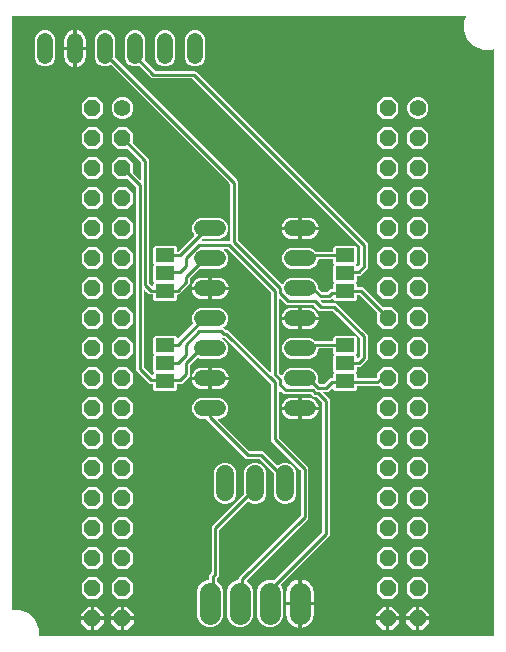
<source format=gbr>
G04 EAGLE Gerber RS-274X export*
G75*
%MOMM*%
%FSLAX34Y34*%
%LPD*%
%INBottom Copper*%
%IPPOS*%
%AMOC8*
5,1,8,0,0,1.08239X$1,22.5*%
G01*
%ADD10C,1.422400*%
%ADD11P,1.539592X8X292.500000*%
%ADD12C,1.320800*%
%ADD13R,1.600200X1.168400*%
%ADD14C,1.524000*%
%ADD15C,1.800000*%
%ADD16C,0.254000*%

G36*
X582698Y111764D02*
X582698Y111764D01*
X582717Y111762D01*
X582819Y111784D01*
X582921Y111800D01*
X582938Y111810D01*
X582958Y111814D01*
X583047Y111867D01*
X583138Y111916D01*
X583152Y111930D01*
X583169Y111940D01*
X583236Y112019D01*
X583308Y112094D01*
X583316Y112112D01*
X583329Y112127D01*
X583368Y112223D01*
X583411Y112317D01*
X583413Y112337D01*
X583421Y112355D01*
X583439Y112522D01*
X583439Y608004D01*
X583432Y608049D01*
X583434Y608095D01*
X583412Y608170D01*
X583400Y608247D01*
X583378Y608287D01*
X583365Y608332D01*
X583321Y608396D01*
X583284Y608464D01*
X583251Y608496D01*
X583225Y608534D01*
X583162Y608580D01*
X583106Y608634D01*
X583065Y608653D01*
X583028Y608680D01*
X582953Y608704D01*
X582883Y608737D01*
X582837Y608742D01*
X582794Y608756D01*
X582716Y608756D01*
X582639Y608764D01*
X582594Y608755D01*
X582548Y608754D01*
X582417Y608716D01*
X582398Y608712D01*
X582394Y608709D01*
X582387Y608707D01*
X581860Y608489D01*
X573840Y608489D01*
X566430Y611559D01*
X560759Y617230D01*
X557689Y624640D01*
X557689Y632660D01*
X559233Y636387D01*
X559243Y636431D01*
X559263Y636473D01*
X559271Y636550D01*
X559289Y636626D01*
X559285Y636672D01*
X559290Y636717D01*
X559273Y636794D01*
X559266Y636871D01*
X559247Y636913D01*
X559238Y636958D01*
X559198Y637025D01*
X559166Y637096D01*
X559135Y637130D01*
X559111Y637169D01*
X559052Y637220D01*
X559000Y637277D01*
X558959Y637299D01*
X558924Y637329D01*
X558852Y637358D01*
X558784Y637395D01*
X558739Y637404D01*
X558696Y637421D01*
X558560Y637436D01*
X558542Y637439D01*
X558537Y637438D01*
X558530Y637439D01*
X176022Y637439D01*
X176002Y637436D01*
X175983Y637438D01*
X175881Y637416D01*
X175779Y637400D01*
X175762Y637390D01*
X175742Y637386D01*
X175653Y637333D01*
X175562Y637284D01*
X175548Y637270D01*
X175531Y637260D01*
X175464Y637181D01*
X175392Y637106D01*
X175384Y637088D01*
X175371Y637073D01*
X175332Y636977D01*
X175289Y636883D01*
X175287Y636863D01*
X175279Y636845D01*
X175261Y636678D01*
X175261Y135222D01*
X175264Y135202D01*
X175262Y135183D01*
X175284Y135081D01*
X175300Y134979D01*
X175310Y134962D01*
X175314Y134942D01*
X175367Y134853D01*
X175416Y134762D01*
X175430Y134748D01*
X175440Y134731D01*
X175519Y134664D01*
X175594Y134592D01*
X175612Y134584D01*
X175627Y134571D01*
X175723Y134532D01*
X175817Y134489D01*
X175837Y134487D01*
X175855Y134479D01*
X176022Y134461D01*
X181810Y134461D01*
X189220Y131391D01*
X194891Y125720D01*
X197961Y118310D01*
X197961Y112522D01*
X197964Y112502D01*
X197962Y112483D01*
X197984Y112381D01*
X198000Y112279D01*
X198010Y112262D01*
X198014Y112242D01*
X198067Y112153D01*
X198116Y112062D01*
X198130Y112048D01*
X198140Y112031D01*
X198219Y111964D01*
X198294Y111892D01*
X198312Y111884D01*
X198327Y111871D01*
X198423Y111832D01*
X198517Y111789D01*
X198537Y111787D01*
X198555Y111779D01*
X198722Y111761D01*
X582678Y111761D01*
X582698Y111764D01*
G37*
%LPC*%
G36*
X366105Y119667D02*
X366105Y119667D01*
X362050Y121347D01*
X358947Y124450D01*
X357267Y128505D01*
X357267Y150895D01*
X358947Y154950D01*
X362050Y158053D01*
X366105Y159733D01*
X366268Y159733D01*
X366288Y159736D01*
X366307Y159734D01*
X366409Y159756D01*
X366511Y159772D01*
X366528Y159782D01*
X366548Y159786D01*
X366637Y159839D01*
X366728Y159888D01*
X366742Y159902D01*
X366759Y159912D01*
X366826Y159991D01*
X366898Y160066D01*
X366906Y160084D01*
X366919Y160099D01*
X366958Y160195D01*
X367001Y160289D01*
X367003Y160309D01*
X367011Y160327D01*
X367029Y160494D01*
X367029Y161388D01*
X419384Y213743D01*
X419437Y213817D01*
X419497Y213886D01*
X419509Y213917D01*
X419528Y213943D01*
X419555Y214030D01*
X419589Y214115D01*
X419593Y214156D01*
X419600Y214178D01*
X419599Y214210D01*
X419607Y214281D01*
X419607Y252063D01*
X419593Y252153D01*
X419585Y252244D01*
X419573Y252273D01*
X419568Y252305D01*
X419525Y252386D01*
X419489Y252470D01*
X419463Y252502D01*
X419452Y252523D01*
X419429Y252545D01*
X419384Y252601D01*
X394461Y277524D01*
X394461Y325215D01*
X394447Y325305D01*
X394439Y325396D01*
X394427Y325425D01*
X394422Y325457D01*
X394379Y325538D01*
X394343Y325622D01*
X394317Y325654D01*
X394306Y325675D01*
X394283Y325697D01*
X394238Y325753D01*
X355471Y364520D01*
X355397Y364573D01*
X355328Y364633D01*
X355297Y364645D01*
X355271Y364664D01*
X355184Y364691D01*
X355099Y364725D01*
X355058Y364729D01*
X355036Y364736D01*
X355004Y364735D01*
X354933Y364743D01*
X353826Y364743D01*
X353730Y364728D01*
X353633Y364718D01*
X353609Y364708D01*
X353583Y364704D01*
X353497Y364658D01*
X353408Y364618D01*
X353389Y364601D01*
X353366Y364588D01*
X353299Y364518D01*
X353227Y364452D01*
X353215Y364429D01*
X353197Y364410D01*
X353156Y364322D01*
X353109Y364236D01*
X353104Y364211D01*
X353093Y364187D01*
X353082Y364090D01*
X353065Y363994D01*
X353069Y363968D01*
X353066Y363943D01*
X353087Y363847D01*
X353101Y363751D01*
X353113Y363728D01*
X353118Y363702D01*
X353168Y363618D01*
X353212Y363532D01*
X353231Y363514D01*
X353244Y363491D01*
X353318Y363428D01*
X353388Y363360D01*
X353416Y363344D01*
X353431Y363331D01*
X353462Y363319D01*
X353535Y363279D01*
X354396Y362922D01*
X356826Y360492D01*
X358141Y357318D01*
X358141Y353882D01*
X356826Y350708D01*
X354396Y348278D01*
X351222Y346963D01*
X334578Y346963D01*
X332560Y347799D01*
X332447Y347826D01*
X332333Y347854D01*
X332327Y347854D01*
X332321Y347855D01*
X332204Y347844D01*
X332088Y347835D01*
X332082Y347833D01*
X332076Y347832D01*
X331968Y347784D01*
X331862Y347739D01*
X331856Y347734D01*
X331851Y347732D01*
X331838Y347719D01*
X331731Y347634D01*
X325852Y341755D01*
X325799Y341681D01*
X325739Y341612D01*
X325727Y341581D01*
X325708Y341555D01*
X325681Y341468D01*
X325647Y341383D01*
X325643Y341342D01*
X325636Y341320D01*
X325637Y341288D01*
X325629Y341217D01*
X325629Y332388D01*
X319122Y325881D01*
X315595Y325881D01*
X315575Y325878D01*
X315556Y325880D01*
X315454Y325858D01*
X315352Y325842D01*
X315335Y325832D01*
X315315Y325828D01*
X315226Y325775D01*
X315135Y325726D01*
X315121Y325712D01*
X315104Y325702D01*
X315037Y325623D01*
X314965Y325548D01*
X314957Y325530D01*
X314944Y325515D01*
X314905Y325419D01*
X314862Y325325D01*
X314860Y325305D01*
X314852Y325287D01*
X314834Y325120D01*
X314834Y320976D01*
X313643Y319785D01*
X295957Y319785D01*
X294766Y320976D01*
X294766Y325120D01*
X294763Y325140D01*
X294765Y325159D01*
X294743Y325261D01*
X294727Y325363D01*
X294717Y325380D01*
X294713Y325400D01*
X294660Y325489D01*
X294611Y325580D01*
X294597Y325594D01*
X294587Y325611D01*
X294508Y325678D01*
X294433Y325750D01*
X294415Y325758D01*
X294400Y325771D01*
X294304Y325810D01*
X294210Y325853D01*
X294190Y325855D01*
X294172Y325863D01*
X294005Y325881D01*
X291240Y325881D01*
X280161Y336960D01*
X280161Y492093D01*
X280147Y492183D01*
X280139Y492274D01*
X280127Y492303D01*
X280122Y492335D01*
X280079Y492416D01*
X280043Y492500D01*
X280017Y492532D01*
X280006Y492553D01*
X279983Y492575D01*
X279938Y492631D01*
X273539Y499030D01*
X273523Y499042D01*
X273511Y499057D01*
X273439Y499103D01*
X273412Y499127D01*
X273396Y499133D01*
X273339Y499174D01*
X273320Y499179D01*
X273304Y499190D01*
X273203Y499216D01*
X273104Y499246D01*
X273084Y499245D01*
X273065Y499250D01*
X272962Y499242D01*
X272858Y499240D01*
X272840Y499233D01*
X272820Y499231D01*
X272725Y499191D01*
X272627Y499155D01*
X272612Y499143D01*
X272594Y499135D01*
X272534Y499087D01*
X272525Y499082D01*
X272515Y499072D01*
X272494Y499055D01*
X264912Y499055D01*
X259555Y504412D01*
X259555Y511988D01*
X264912Y517345D01*
X272488Y517345D01*
X277845Y511988D01*
X277845Y504381D01*
X277859Y504291D01*
X277867Y504200D01*
X277879Y504171D01*
X277884Y504139D01*
X277927Y504058D01*
X277963Y503974D01*
X277989Y503942D01*
X278000Y503921D01*
X278023Y503899D01*
X278068Y503843D01*
X283434Y498477D01*
X283492Y498435D01*
X283544Y498386D01*
X283591Y498364D01*
X283633Y498333D01*
X283702Y498312D01*
X283767Y498282D01*
X283819Y498276D01*
X283869Y498261D01*
X283940Y498263D01*
X284011Y498255D01*
X284062Y498266D01*
X284114Y498267D01*
X284182Y498292D01*
X284252Y498307D01*
X284297Y498334D01*
X284345Y498352D01*
X284401Y498397D01*
X284463Y498434D01*
X284497Y498473D01*
X284537Y498506D01*
X284576Y498566D01*
X284623Y498620D01*
X284642Y498669D01*
X284670Y498713D01*
X284688Y498782D01*
X284715Y498849D01*
X284723Y498920D01*
X284731Y498951D01*
X284729Y498974D01*
X284733Y499015D01*
X284733Y512667D01*
X284719Y512757D01*
X284711Y512848D01*
X284699Y512877D01*
X284694Y512909D01*
X284651Y512990D01*
X284615Y513074D01*
X284589Y513106D01*
X284578Y513127D01*
X284555Y513149D01*
X284510Y513205D01*
X273412Y524303D01*
X273396Y524315D01*
X273383Y524330D01*
X273296Y524386D01*
X273212Y524447D01*
X273193Y524452D01*
X273176Y524463D01*
X273076Y524489D01*
X272977Y524519D01*
X272957Y524518D01*
X272938Y524523D01*
X272835Y524515D01*
X272731Y524513D01*
X272713Y524506D01*
X272693Y524504D01*
X272598Y524464D01*
X272575Y524455D01*
X264912Y524455D01*
X259555Y529812D01*
X259555Y537388D01*
X264912Y542745D01*
X272488Y542745D01*
X277845Y537388D01*
X277845Y529527D01*
X277859Y529437D01*
X277867Y529346D01*
X277879Y529317D01*
X277884Y529285D01*
X277927Y529204D01*
X277963Y529120D01*
X277989Y529088D01*
X278000Y529067D01*
X278023Y529045D01*
X278068Y528989D01*
X291339Y515718D01*
X291339Y410877D01*
X291353Y410787D01*
X291361Y410696D01*
X291373Y410667D01*
X291378Y410635D01*
X291421Y410554D01*
X291457Y410470D01*
X291483Y410438D01*
X291494Y410417D01*
X291517Y410395D01*
X291562Y410339D01*
X293467Y408434D01*
X293525Y408392D01*
X293577Y408343D01*
X293624Y408321D01*
X293666Y408290D01*
X293735Y408269D01*
X293800Y408239D01*
X293852Y408233D01*
X293902Y408218D01*
X293973Y408220D01*
X294044Y408212D01*
X294095Y408223D01*
X294147Y408224D01*
X294215Y408249D01*
X294285Y408264D01*
X294330Y408291D01*
X294378Y408309D01*
X294434Y408354D01*
X294496Y408391D01*
X294530Y408430D01*
X294570Y408463D01*
X294609Y408523D01*
X294656Y408577D01*
X294675Y408626D01*
X294703Y408670D01*
X294721Y408739D01*
X294748Y408806D01*
X294756Y408877D01*
X294764Y408908D01*
X294762Y408931D01*
X294766Y408972D01*
X294766Y410544D01*
X295164Y410942D01*
X295176Y410958D01*
X295191Y410970D01*
X295247Y411057D01*
X295308Y411141D01*
X295313Y411160D01*
X295324Y411177D01*
X295349Y411278D01*
X295380Y411377D01*
X295379Y411396D01*
X295384Y411416D01*
X295376Y411519D01*
X295374Y411622D01*
X295367Y411641D01*
X295365Y411661D01*
X295325Y411756D01*
X295289Y411853D01*
X295277Y411869D01*
X295269Y411887D01*
X295164Y412018D01*
X294766Y412416D01*
X294766Y425784D01*
X295164Y426182D01*
X295176Y426198D01*
X295191Y426210D01*
X295247Y426297D01*
X295308Y426381D01*
X295313Y426400D01*
X295324Y426417D01*
X295349Y426518D01*
X295380Y426617D01*
X295379Y426636D01*
X295384Y426656D01*
X295376Y426759D01*
X295374Y426862D01*
X295367Y426881D01*
X295365Y426901D01*
X295325Y426996D01*
X295289Y427093D01*
X295277Y427109D01*
X295269Y427127D01*
X295164Y427258D01*
X294766Y427656D01*
X294766Y441024D01*
X295957Y442215D01*
X313643Y442215D01*
X314834Y441024D01*
X314834Y438404D01*
X314837Y438384D01*
X314835Y438365D01*
X314857Y438263D01*
X314873Y438161D01*
X314883Y438144D01*
X314887Y438124D01*
X314940Y438035D01*
X314989Y437944D01*
X315003Y437930D01*
X315013Y437913D01*
X315092Y437846D01*
X315167Y437774D01*
X315185Y437766D01*
X315200Y437753D01*
X315296Y437714D01*
X315390Y437671D01*
X315410Y437669D01*
X315428Y437661D01*
X315595Y437643D01*
X316071Y437643D01*
X316161Y437657D01*
X316252Y437665D01*
X316281Y437677D01*
X316313Y437682D01*
X316394Y437725D01*
X316478Y437761D01*
X316510Y437787D01*
X316531Y437798D01*
X316553Y437821D01*
X316609Y437866D01*
X329474Y450731D01*
X329486Y450747D01*
X329501Y450760D01*
X329558Y450847D01*
X329618Y450931D01*
X329624Y450950D01*
X329634Y450967D01*
X329660Y451067D01*
X329690Y451166D01*
X329690Y451186D01*
X329694Y451205D01*
X329686Y451308D01*
X329686Y451310D01*
X329687Y451318D01*
X329686Y451323D01*
X329684Y451412D01*
X329677Y451430D01*
X329675Y451450D01*
X329641Y451532D01*
X329635Y451558D01*
X329623Y451578D01*
X329599Y451643D01*
X329587Y451658D01*
X329579Y451677D01*
X329520Y451750D01*
X329509Y451769D01*
X329497Y451780D01*
X329474Y451808D01*
X328974Y452308D01*
X327659Y455482D01*
X327659Y458918D01*
X328974Y462092D01*
X331404Y464522D01*
X334578Y465837D01*
X351222Y465837D01*
X354396Y464522D01*
X356826Y462092D01*
X358141Y458918D01*
X358141Y455482D01*
X356826Y452308D01*
X354396Y449878D01*
X351222Y448563D01*
X336963Y448563D01*
X336873Y448549D01*
X336782Y448541D01*
X336753Y448529D01*
X336721Y448524D01*
X336640Y448481D01*
X336556Y448445D01*
X336524Y448419D01*
X336503Y448408D01*
X336481Y448385D01*
X336425Y448340D01*
X336171Y448086D01*
X336129Y448028D01*
X336080Y447976D01*
X336058Y447929D01*
X336027Y447887D01*
X336006Y447818D01*
X335976Y447753D01*
X335970Y447701D01*
X335955Y447651D01*
X335957Y447580D01*
X335949Y447509D01*
X335960Y447458D01*
X335961Y447406D01*
X335986Y447338D01*
X336001Y447268D01*
X336028Y447224D01*
X336046Y447175D01*
X336091Y447119D01*
X336128Y447057D01*
X336167Y447023D01*
X336200Y446983D01*
X336260Y446944D01*
X336314Y446897D01*
X336363Y446878D01*
X336407Y446850D01*
X336476Y446832D01*
X336543Y446805D01*
X336614Y446797D01*
X336645Y446789D01*
X336668Y446791D01*
X336709Y446787D01*
X359410Y446787D01*
X359430Y446790D01*
X359449Y446788D01*
X359551Y446810D01*
X359653Y446826D01*
X359670Y446836D01*
X359690Y446840D01*
X359779Y446893D01*
X359870Y446942D01*
X359884Y446956D01*
X359901Y446966D01*
X359968Y447045D01*
X360040Y447120D01*
X360048Y447138D01*
X360061Y447153D01*
X360100Y447249D01*
X360143Y447343D01*
X360145Y447363D01*
X360153Y447381D01*
X360171Y447548D01*
X360171Y494379D01*
X360157Y494469D01*
X360149Y494560D01*
X360137Y494589D01*
X360132Y494621D01*
X360089Y494702D01*
X360053Y494786D01*
X360027Y494818D01*
X360016Y494839D01*
X359993Y494861D01*
X359948Y494917D01*
X259463Y595402D01*
X259369Y595470D01*
X259275Y595540D01*
X259269Y595542D01*
X259264Y595546D01*
X259153Y595580D01*
X259041Y595616D01*
X259034Y595616D01*
X259028Y595618D01*
X258912Y595615D01*
X258795Y595614D01*
X258788Y595612D01*
X258783Y595612D01*
X258765Y595605D01*
X258634Y595567D01*
X255718Y594359D01*
X252282Y594359D01*
X249108Y595674D01*
X246678Y598104D01*
X245363Y601278D01*
X245363Y617922D01*
X246678Y621096D01*
X249108Y623526D01*
X252282Y624841D01*
X255718Y624841D01*
X258892Y623526D01*
X261322Y621096D01*
X262637Y617922D01*
X262637Y601885D01*
X262651Y601795D01*
X262659Y601704D01*
X262671Y601675D01*
X262676Y601643D01*
X262719Y601562D01*
X262755Y601478D01*
X262781Y601446D01*
X262792Y601425D01*
X262815Y601403D01*
X262860Y601347D01*
X366777Y497430D01*
X366777Y447453D01*
X366779Y447441D01*
X366778Y447432D01*
X366787Y447388D01*
X366791Y447363D01*
X366799Y447272D01*
X366811Y447243D01*
X366816Y447211D01*
X366859Y447130D01*
X366895Y447046D01*
X366921Y447014D01*
X366932Y446993D01*
X366955Y446971D01*
X367000Y446915D01*
X403621Y410294D01*
X403658Y410267D01*
X403690Y410233D01*
X403758Y410195D01*
X403821Y410150D01*
X403865Y410137D01*
X403905Y410114D01*
X403982Y410101D01*
X404056Y410078D01*
X404102Y410079D01*
X404147Y410071D01*
X404224Y410082D01*
X404302Y410084D01*
X404345Y410100D01*
X404390Y410107D01*
X404460Y410142D01*
X404533Y410169D01*
X404569Y410197D01*
X404610Y410218D01*
X404664Y410273D01*
X404725Y410322D01*
X404750Y410361D01*
X404782Y410394D01*
X404848Y410513D01*
X404858Y410529D01*
X404859Y410534D01*
X404863Y410541D01*
X405174Y411292D01*
X407604Y413722D01*
X410778Y415037D01*
X427422Y415037D01*
X430596Y413722D01*
X433026Y411292D01*
X434341Y408118D01*
X434341Y407321D01*
X434355Y407231D01*
X434363Y407140D01*
X434375Y407111D01*
X434380Y407079D01*
X434423Y406998D01*
X434459Y406914D01*
X434485Y406882D01*
X434496Y406861D01*
X434519Y406839D01*
X434564Y406783D01*
X437771Y403576D01*
X437845Y403523D01*
X437914Y403463D01*
X437945Y403451D01*
X437971Y403432D01*
X438058Y403405D01*
X438143Y403371D01*
X438184Y403367D01*
X438206Y403360D01*
X438238Y403361D01*
X438309Y403353D01*
X441801Y403353D01*
X441891Y403367D01*
X441982Y403375D01*
X442011Y403387D01*
X442043Y403392D01*
X442124Y403435D01*
X442208Y403471D01*
X442240Y403497D01*
X442261Y403508D01*
X442283Y403531D01*
X442339Y403576D01*
X444402Y405639D01*
X446405Y405639D01*
X446425Y405642D01*
X446444Y405640D01*
X446546Y405662D01*
X446648Y405678D01*
X446665Y405688D01*
X446685Y405692D01*
X446774Y405745D01*
X446865Y405794D01*
X446879Y405808D01*
X446896Y405818D01*
X446963Y405897D01*
X447035Y405972D01*
X447043Y405990D01*
X447056Y406005D01*
X447095Y406101D01*
X447138Y406195D01*
X447140Y406215D01*
X447148Y406233D01*
X447166Y406400D01*
X447166Y410544D01*
X447564Y410942D01*
X447576Y410958D01*
X447591Y410970D01*
X447647Y411057D01*
X447708Y411141D01*
X447713Y411160D01*
X447724Y411177D01*
X447749Y411278D01*
X447780Y411377D01*
X447779Y411396D01*
X447784Y411416D01*
X447776Y411519D01*
X447774Y411622D01*
X447767Y411641D01*
X447765Y411661D01*
X447725Y411756D01*
X447689Y411853D01*
X447677Y411869D01*
X447669Y411887D01*
X447564Y412018D01*
X447166Y412416D01*
X447166Y425784D01*
X447564Y426182D01*
X447576Y426198D01*
X447591Y426210D01*
X447647Y426297D01*
X447708Y426381D01*
X447713Y426400D01*
X447724Y426417D01*
X447749Y426518D01*
X447780Y426617D01*
X447779Y426636D01*
X447784Y426656D01*
X447776Y426759D01*
X447774Y426862D01*
X447767Y426881D01*
X447765Y426901D01*
X447725Y426996D01*
X447689Y427093D01*
X447677Y427109D01*
X447669Y427127D01*
X447564Y427258D01*
X447166Y427656D01*
X447166Y430276D01*
X447163Y430296D01*
X447165Y430315D01*
X447143Y430417D01*
X447127Y430519D01*
X447117Y430536D01*
X447113Y430556D01*
X447060Y430645D01*
X447011Y430736D01*
X446997Y430750D01*
X446987Y430767D01*
X446908Y430834D01*
X446833Y430906D01*
X446815Y430914D01*
X446800Y430927D01*
X446704Y430966D01*
X446610Y431009D01*
X446590Y431011D01*
X446572Y431019D01*
X446405Y431037D01*
X435102Y431037D01*
X435082Y431034D01*
X435063Y431036D01*
X434961Y431014D01*
X434859Y430998D01*
X434842Y430988D01*
X434822Y430984D01*
X434733Y430931D01*
X434642Y430882D01*
X434628Y430868D01*
X434611Y430858D01*
X434544Y430779D01*
X434472Y430704D01*
X434464Y430686D01*
X434451Y430671D01*
X434412Y430575D01*
X434369Y430481D01*
X434367Y430461D01*
X434359Y430443D01*
X434341Y430276D01*
X434341Y430082D01*
X433026Y426908D01*
X430596Y424478D01*
X427422Y423163D01*
X410778Y423163D01*
X407604Y424478D01*
X405174Y426908D01*
X403859Y430082D01*
X403859Y433518D01*
X405174Y436692D01*
X407604Y439122D01*
X410778Y440437D01*
X427422Y440437D01*
X430596Y439122D01*
X431853Y437866D01*
X431926Y437813D01*
X431996Y437753D01*
X432026Y437741D01*
X432052Y437722D01*
X432139Y437695D01*
X432224Y437661D01*
X432265Y437657D01*
X432287Y437650D01*
X432320Y437651D01*
X432391Y437643D01*
X446405Y437643D01*
X446425Y437646D01*
X446444Y437644D01*
X446546Y437666D01*
X446648Y437682D01*
X446665Y437692D01*
X446685Y437696D01*
X446774Y437749D01*
X446865Y437798D01*
X446879Y437812D01*
X446896Y437822D01*
X446963Y437901D01*
X447035Y437976D01*
X447043Y437994D01*
X447056Y438009D01*
X447095Y438105D01*
X447138Y438199D01*
X447140Y438219D01*
X447148Y438237D01*
X447166Y438404D01*
X447166Y441024D01*
X448357Y442215D01*
X466043Y442215D01*
X467234Y441024D01*
X467234Y427656D01*
X466836Y427258D01*
X466824Y427242D01*
X466809Y427230D01*
X466753Y427142D01*
X466692Y427059D01*
X466687Y427040D01*
X466676Y427023D01*
X466651Y426922D01*
X466620Y426823D01*
X466621Y426804D01*
X466616Y426784D01*
X466624Y426681D01*
X466626Y426578D01*
X466633Y426559D01*
X466635Y426539D01*
X466675Y426444D01*
X466711Y426347D01*
X466723Y426331D01*
X466731Y426313D01*
X466836Y426182D01*
X467234Y425784D01*
X467234Y425736D01*
X467245Y425666D01*
X467247Y425594D01*
X467265Y425545D01*
X467273Y425494D01*
X467307Y425430D01*
X467332Y425363D01*
X467364Y425322D01*
X467389Y425276D01*
X467441Y425227D01*
X467485Y425171D01*
X467529Y425143D01*
X467567Y425107D01*
X467632Y425077D01*
X467692Y425038D01*
X467743Y425025D01*
X467790Y425003D01*
X467861Y424995D01*
X467931Y424978D01*
X467983Y424982D01*
X468034Y424976D01*
X468105Y424991D01*
X468176Y424997D01*
X468224Y425017D01*
X468275Y425028D01*
X468336Y425065D01*
X468402Y425093D01*
X468458Y425138D01*
X468486Y425155D01*
X468501Y425172D01*
X468533Y425198D01*
X469676Y426341D01*
X469729Y426415D01*
X469789Y426484D01*
X469801Y426515D01*
X469820Y426541D01*
X469847Y426628D01*
X469881Y426713D01*
X469885Y426754D01*
X469892Y426776D01*
X469891Y426808D01*
X469899Y426879D01*
X469899Y441801D01*
X469885Y441891D01*
X469877Y441982D01*
X469865Y442011D01*
X469860Y442043D01*
X469817Y442124D01*
X469781Y442208D01*
X469755Y442240D01*
X469744Y442261D01*
X469721Y442283D01*
X469676Y442339D01*
X328039Y583976D01*
X327965Y584029D01*
X327896Y584089D01*
X327865Y584101D01*
X327839Y584120D01*
X327752Y584147D01*
X327667Y584181D01*
X327626Y584185D01*
X327604Y584192D01*
X327572Y584191D01*
X327501Y584199D01*
X293526Y584199D01*
X283067Y594658D01*
X282973Y594726D01*
X282879Y594796D01*
X282872Y594798D01*
X282867Y594802D01*
X282757Y594836D01*
X282645Y594872D01*
X282638Y594872D01*
X282632Y594874D01*
X282516Y594871D01*
X282399Y594870D01*
X282392Y594868D01*
X282386Y594868D01*
X282369Y594861D01*
X282238Y594823D01*
X281118Y594359D01*
X277682Y594359D01*
X274508Y595674D01*
X272078Y598104D01*
X270763Y601278D01*
X270763Y617922D01*
X272078Y621096D01*
X274508Y623526D01*
X277682Y624841D01*
X281118Y624841D01*
X284292Y623526D01*
X286722Y621096D01*
X288037Y617922D01*
X288037Y601278D01*
X287573Y600158D01*
X287546Y600045D01*
X287518Y599931D01*
X287518Y599925D01*
X287517Y599919D01*
X287528Y599802D01*
X287537Y599686D01*
X287539Y599680D01*
X287540Y599674D01*
X287588Y599567D01*
X287633Y599460D01*
X287638Y599454D01*
X287640Y599449D01*
X287653Y599436D01*
X287738Y599329D01*
X296039Y591028D01*
X296113Y590975D01*
X296182Y590915D01*
X296213Y590903D01*
X296239Y590884D01*
X296326Y590857D01*
X296411Y590823D01*
X296452Y590819D01*
X296474Y590812D01*
X296506Y590813D01*
X296577Y590805D01*
X330552Y590805D01*
X476505Y444852D01*
X476505Y423828D01*
X469998Y417321D01*
X467995Y417321D01*
X467975Y417318D01*
X467956Y417320D01*
X467854Y417298D01*
X467752Y417282D01*
X467735Y417272D01*
X467715Y417268D01*
X467626Y417215D01*
X467535Y417166D01*
X467521Y417152D01*
X467504Y417142D01*
X467437Y417063D01*
X467365Y416988D01*
X467357Y416970D01*
X467344Y416955D01*
X467305Y416859D01*
X467262Y416765D01*
X467260Y416745D01*
X467252Y416727D01*
X467234Y416560D01*
X467234Y412416D01*
X466836Y412018D01*
X466824Y412002D01*
X466809Y411990D01*
X466753Y411902D01*
X466692Y411819D01*
X466687Y411800D01*
X466676Y411783D01*
X466651Y411682D01*
X466620Y411583D01*
X466621Y411564D01*
X466616Y411544D01*
X466624Y411441D01*
X466626Y411338D01*
X466633Y411319D01*
X466635Y411299D01*
X466675Y411204D01*
X466711Y411107D01*
X466723Y411091D01*
X466731Y411073D01*
X466836Y410942D01*
X467234Y410544D01*
X467234Y408686D01*
X467237Y408666D01*
X467235Y408647D01*
X467257Y408545D01*
X467273Y408443D01*
X467283Y408426D01*
X467287Y408406D01*
X467340Y408317D01*
X467389Y408226D01*
X467403Y408212D01*
X467413Y408195D01*
X467492Y408128D01*
X467567Y408056D01*
X467585Y408048D01*
X467600Y408035D01*
X467696Y407996D01*
X467790Y407953D01*
X467810Y407951D01*
X467828Y407943D01*
X467995Y407925D01*
X472284Y407925D01*
X489641Y390568D01*
X489715Y390515D01*
X489784Y390455D01*
X489815Y390443D01*
X489841Y390424D01*
X489928Y390397D01*
X490013Y390363D01*
X490054Y390359D01*
X490076Y390352D01*
X490108Y390353D01*
X490179Y390345D01*
X497088Y390345D01*
X502445Y384988D01*
X502445Y377412D01*
X497088Y372055D01*
X489512Y372055D01*
X484155Y377412D01*
X484155Y384988D01*
X484479Y385312D01*
X484491Y385328D01*
X484506Y385340D01*
X484562Y385428D01*
X484623Y385511D01*
X484628Y385530D01*
X484639Y385547D01*
X484665Y385648D01*
X484695Y385746D01*
X484694Y385766D01*
X484699Y385786D01*
X484691Y385889D01*
X484689Y385992D01*
X484682Y386011D01*
X484680Y386031D01*
X484640Y386126D01*
X484604Y386223D01*
X484592Y386239D01*
X484584Y386257D01*
X484479Y386388D01*
X469771Y401096D01*
X469697Y401149D01*
X469628Y401209D01*
X469597Y401221D01*
X469571Y401240D01*
X469484Y401267D01*
X469399Y401301D01*
X469358Y401305D01*
X469336Y401312D01*
X469304Y401311D01*
X469233Y401319D01*
X467995Y401319D01*
X467975Y401316D01*
X467956Y401318D01*
X467854Y401296D01*
X467752Y401280D01*
X467735Y401270D01*
X467715Y401266D01*
X467626Y401213D01*
X467535Y401164D01*
X467521Y401150D01*
X467504Y401140D01*
X467437Y401061D01*
X467365Y400986D01*
X467357Y400968D01*
X467344Y400953D01*
X467305Y400857D01*
X467262Y400763D01*
X467260Y400743D01*
X467252Y400725D01*
X467234Y400558D01*
X467234Y397176D01*
X466043Y395985D01*
X448357Y395985D01*
X447166Y397176D01*
X447166Y397224D01*
X447155Y397294D01*
X447153Y397366D01*
X447135Y397415D01*
X447127Y397466D01*
X447093Y397530D01*
X447068Y397597D01*
X447036Y397638D01*
X447011Y397684D01*
X446959Y397733D01*
X446915Y397789D01*
X446871Y397817D01*
X446833Y397853D01*
X446768Y397883D01*
X446708Y397922D01*
X446657Y397935D01*
X446610Y397957D01*
X446539Y397965D01*
X446469Y397982D01*
X446417Y397978D01*
X446366Y397984D01*
X446295Y397969D01*
X446224Y397963D01*
X446176Y397943D01*
X446125Y397932D01*
X446064Y397895D01*
X445998Y397867D01*
X445942Y397822D01*
X445914Y397805D01*
X445899Y397788D01*
X445867Y397762D01*
X444852Y396747D01*
X437293Y396747D01*
X437223Y396736D01*
X437151Y396734D01*
X437102Y396716D01*
X437051Y396708D01*
X436987Y396674D01*
X436920Y396649D01*
X436879Y396617D01*
X436833Y396592D01*
X436784Y396540D01*
X436728Y396496D01*
X436700Y396452D01*
X436664Y396414D01*
X436634Y396349D01*
X436595Y396289D01*
X436582Y396238D01*
X436560Y396191D01*
X436552Y396120D01*
X436535Y396050D01*
X436539Y395998D01*
X436533Y395947D01*
X436548Y395876D01*
X436554Y395805D01*
X436574Y395757D01*
X436585Y395706D01*
X436622Y395645D01*
X436650Y395579D01*
X436695Y395523D01*
X436712Y395495D01*
X436729Y395480D01*
X436755Y395448D01*
X437771Y394432D01*
X437845Y394379D01*
X437914Y394319D01*
X437945Y394307D01*
X437971Y394288D01*
X438058Y394261D01*
X438143Y394227D01*
X438184Y394223D01*
X438206Y394216D01*
X438238Y394217D01*
X438309Y394209D01*
X449424Y394209D01*
X476505Y367128D01*
X476505Y346104D01*
X469998Y339597D01*
X467995Y339597D01*
X467975Y339594D01*
X467956Y339596D01*
X467854Y339574D01*
X467752Y339558D01*
X467735Y339548D01*
X467715Y339544D01*
X467626Y339491D01*
X467535Y339442D01*
X467521Y339428D01*
X467504Y339418D01*
X467437Y339339D01*
X467365Y339264D01*
X467357Y339246D01*
X467344Y339231D01*
X467305Y339135D01*
X467262Y339041D01*
X467260Y339021D01*
X467252Y339003D01*
X467234Y338836D01*
X467234Y336216D01*
X466836Y335818D01*
X466824Y335802D01*
X466809Y335790D01*
X466753Y335703D01*
X466692Y335619D01*
X466687Y335600D01*
X466676Y335583D01*
X466651Y335482D01*
X466620Y335383D01*
X466621Y335364D01*
X466616Y335344D01*
X466624Y335241D01*
X466626Y335138D01*
X466633Y335119D01*
X466635Y335099D01*
X466675Y335004D01*
X466711Y334907D01*
X466723Y334891D01*
X466731Y334873D01*
X466836Y334742D01*
X467234Y334344D01*
X467234Y330962D01*
X467237Y330942D01*
X467235Y330923D01*
X467257Y330821D01*
X467273Y330719D01*
X467283Y330702D01*
X467287Y330682D01*
X467340Y330593D01*
X467389Y330502D01*
X467403Y330488D01*
X467413Y330471D01*
X467492Y330404D01*
X467567Y330332D01*
X467585Y330324D01*
X467600Y330311D01*
X467696Y330272D01*
X467790Y330229D01*
X467810Y330227D01*
X467828Y330219D01*
X467995Y330201D01*
X482949Y330201D01*
X483039Y330215D01*
X483130Y330223D01*
X483159Y330235D01*
X483191Y330240D01*
X483272Y330283D01*
X483356Y330319D01*
X483388Y330345D01*
X483409Y330356D01*
X483431Y330379D01*
X483487Y330424D01*
X483932Y330869D01*
X483985Y330943D01*
X484045Y331012D01*
X484057Y331043D01*
X484076Y331069D01*
X484103Y331156D01*
X484137Y331241D01*
X484141Y331282D01*
X484148Y331304D01*
X484147Y331336D01*
X484155Y331407D01*
X484155Y334188D01*
X489512Y339545D01*
X497088Y339545D01*
X502445Y334188D01*
X502445Y326612D01*
X497088Y321255D01*
X489512Y321255D01*
X487124Y323643D01*
X487108Y323655D01*
X487096Y323670D01*
X487008Y323726D01*
X486925Y323787D01*
X486906Y323792D01*
X486889Y323803D01*
X486788Y323829D01*
X486690Y323859D01*
X486670Y323858D01*
X486650Y323863D01*
X486547Y323855D01*
X486444Y323853D01*
X486425Y323846D01*
X486405Y323844D01*
X486310Y323804D01*
X486213Y323768D01*
X486197Y323756D01*
X486179Y323748D01*
X486048Y323643D01*
X486000Y323595D01*
X467995Y323595D01*
X467975Y323592D01*
X467956Y323594D01*
X467854Y323572D01*
X467752Y323556D01*
X467735Y323546D01*
X467715Y323542D01*
X467626Y323489D01*
X467535Y323440D01*
X467521Y323426D01*
X467504Y323416D01*
X467437Y323337D01*
X467365Y323262D01*
X467357Y323244D01*
X467344Y323229D01*
X467305Y323133D01*
X467262Y323039D01*
X467260Y323019D01*
X467252Y323001D01*
X467234Y322834D01*
X467234Y320976D01*
X466043Y319785D01*
X448357Y319785D01*
X447166Y320976D01*
X447166Y321786D01*
X447155Y321856D01*
X447153Y321928D01*
X447135Y321977D01*
X447127Y322028D01*
X447093Y322092D01*
X447068Y322159D01*
X447036Y322200D01*
X447011Y322246D01*
X446959Y322295D01*
X446915Y322351D01*
X446871Y322379D01*
X446833Y322415D01*
X446768Y322445D01*
X446708Y322484D01*
X446657Y322497D01*
X446610Y322519D01*
X446539Y322527D01*
X446469Y322544D01*
X446417Y322540D01*
X446366Y322546D01*
X446295Y322531D01*
X446224Y322525D01*
X446176Y322505D01*
X446125Y322494D01*
X446064Y322457D01*
X445998Y322429D01*
X445942Y322384D01*
X445914Y322367D01*
X445899Y322350D01*
X445867Y322324D01*
X442566Y319023D01*
X439579Y319023D01*
X439509Y319012D01*
X439437Y319010D01*
X439388Y318992D01*
X439337Y318984D01*
X439273Y318950D01*
X439206Y318925D01*
X439165Y318893D01*
X439119Y318868D01*
X439070Y318816D01*
X439014Y318772D01*
X438986Y318728D01*
X438950Y318690D01*
X438920Y318625D01*
X438881Y318565D01*
X438868Y318514D01*
X438846Y318467D01*
X438838Y318396D01*
X438821Y318326D01*
X438825Y318274D01*
X438819Y318223D01*
X438834Y318152D01*
X438840Y318081D01*
X438860Y318033D01*
X438871Y317982D01*
X438908Y317921D01*
X438936Y317855D01*
X438981Y317799D01*
X438998Y317771D01*
X439015Y317756D01*
X439041Y317724D01*
X444501Y312264D01*
X444501Y197514D01*
X403033Y156046D01*
X403021Y156030D01*
X403006Y156018D01*
X402950Y155930D01*
X402889Y155846D01*
X402884Y155828D01*
X402873Y155811D01*
X402847Y155710D01*
X402817Y155611D01*
X402818Y155591D01*
X402813Y155572D01*
X402821Y155469D01*
X402823Y155366D01*
X402830Y155347D01*
X402832Y155327D01*
X402872Y155232D01*
X402908Y155135D01*
X402920Y155119D01*
X402928Y155101D01*
X403033Y154970D01*
X403053Y154950D01*
X404733Y150895D01*
X404733Y128505D01*
X403053Y124450D01*
X399950Y121347D01*
X395895Y119667D01*
X391505Y119667D01*
X387450Y121347D01*
X384347Y124450D01*
X382667Y128505D01*
X382667Y150895D01*
X384347Y154950D01*
X387450Y158053D01*
X391505Y159733D01*
X395895Y159733D01*
X396474Y159493D01*
X396587Y159466D01*
X396701Y159438D01*
X396707Y159438D01*
X396713Y159437D01*
X396830Y159448D01*
X396946Y159457D01*
X396952Y159459D01*
X396958Y159460D01*
X397065Y159508D01*
X397172Y159553D01*
X397178Y159558D01*
X397183Y159560D01*
X397196Y159573D01*
X397303Y159658D01*
X437672Y200027D01*
X437725Y200101D01*
X437785Y200170D01*
X437797Y200201D01*
X437816Y200227D01*
X437843Y200314D01*
X437877Y200399D01*
X437881Y200440D01*
X437888Y200462D01*
X437887Y200494D01*
X437895Y200565D01*
X437895Y309213D01*
X437881Y309303D01*
X437873Y309394D01*
X437861Y309423D01*
X437856Y309455D01*
X437813Y309536D01*
X437777Y309620D01*
X437751Y309652D01*
X437740Y309673D01*
X437717Y309695D01*
X437672Y309751D01*
X433195Y314228D01*
X433121Y314281D01*
X433052Y314341D01*
X433021Y314353D01*
X432995Y314372D01*
X432908Y314399D01*
X432823Y314433D01*
X432782Y314437D01*
X432760Y314444D01*
X432728Y314443D01*
X432657Y314451D01*
X430686Y314451D01*
X428623Y316514D01*
X428549Y316567D01*
X428480Y316627D01*
X428449Y316639D01*
X428423Y316658D01*
X428336Y316685D01*
X428251Y316719D01*
X428210Y316723D01*
X428188Y316730D01*
X428156Y316729D01*
X428085Y316737D01*
X405540Y316737D01*
X403382Y318895D01*
X402366Y319911D01*
X402308Y319953D01*
X402256Y320002D01*
X402209Y320024D01*
X402167Y320055D01*
X402098Y320076D01*
X402033Y320106D01*
X401981Y320112D01*
X401931Y320127D01*
X401860Y320125D01*
X401789Y320133D01*
X401738Y320122D01*
X401686Y320121D01*
X401618Y320096D01*
X401548Y320081D01*
X401503Y320054D01*
X401455Y320036D01*
X401399Y319991D01*
X401337Y319954D01*
X401303Y319915D01*
X401263Y319882D01*
X401224Y319822D01*
X401177Y319768D01*
X401158Y319719D01*
X401130Y319675D01*
X401112Y319606D01*
X401085Y319539D01*
X401077Y319468D01*
X401069Y319437D01*
X401071Y319414D01*
X401067Y319373D01*
X401067Y280575D01*
X401081Y280485D01*
X401089Y280394D01*
X401101Y280365D01*
X401106Y280333D01*
X401149Y280252D01*
X401185Y280168D01*
X401211Y280136D01*
X401222Y280115D01*
X401245Y280093D01*
X401290Y280037D01*
X426213Y255114D01*
X426213Y211230D01*
X374285Y159302D01*
X374258Y159265D01*
X374224Y159234D01*
X374187Y159165D01*
X374141Y159102D01*
X374128Y159058D01*
X374106Y159018D01*
X374092Y158942D01*
X374069Y158867D01*
X374070Y158821D01*
X374062Y158776D01*
X374073Y158699D01*
X374075Y158621D01*
X374091Y158578D01*
X374098Y158533D01*
X374133Y158463D01*
X374160Y158390D01*
X374188Y158354D01*
X374209Y158314D01*
X374265Y158259D01*
X374313Y158198D01*
X374352Y158173D01*
X374385Y158141D01*
X374505Y158075D01*
X374520Y158065D01*
X374525Y158064D01*
X374532Y158060D01*
X374550Y158053D01*
X377653Y154950D01*
X379333Y150895D01*
X379333Y128505D01*
X377653Y124450D01*
X374550Y121347D01*
X370495Y119667D01*
X366105Y119667D01*
G37*
%LPD*%
G36*
X294095Y332785D02*
X294095Y332785D01*
X294147Y332786D01*
X294215Y332811D01*
X294285Y332826D01*
X294330Y332853D01*
X294378Y332871D01*
X294434Y332916D01*
X294496Y332953D01*
X294530Y332992D01*
X294570Y333025D01*
X294609Y333085D01*
X294656Y333139D01*
X294675Y333188D01*
X294703Y333232D01*
X294721Y333301D01*
X294748Y333368D01*
X294756Y333439D01*
X294764Y333470D01*
X294762Y333493D01*
X294766Y333534D01*
X294766Y334344D01*
X295164Y334742D01*
X295176Y334758D01*
X295191Y334770D01*
X295247Y334857D01*
X295308Y334941D01*
X295313Y334960D01*
X295324Y334977D01*
X295349Y335078D01*
X295380Y335177D01*
X295379Y335196D01*
X295384Y335216D01*
X295376Y335319D01*
X295374Y335422D01*
X295367Y335441D01*
X295365Y335461D01*
X295325Y335556D01*
X295289Y335653D01*
X295277Y335669D01*
X295269Y335687D01*
X295164Y335818D01*
X294766Y336216D01*
X294766Y349584D01*
X295164Y349982D01*
X295176Y349998D01*
X295191Y350010D01*
X295247Y350097D01*
X295308Y350181D01*
X295313Y350200D01*
X295324Y350217D01*
X295349Y350318D01*
X295380Y350417D01*
X295379Y350436D01*
X295384Y350456D01*
X295376Y350559D01*
X295374Y350662D01*
X295367Y350681D01*
X295365Y350701D01*
X295325Y350796D01*
X295289Y350893D01*
X295277Y350909D01*
X295269Y350927D01*
X295164Y351058D01*
X294766Y351456D01*
X294766Y364824D01*
X295957Y366015D01*
X313643Y366015D01*
X314834Y364824D01*
X314834Y364776D01*
X314845Y364706D01*
X314847Y364634D01*
X314865Y364585D01*
X314873Y364534D01*
X314907Y364470D01*
X314932Y364403D01*
X314964Y364362D01*
X314989Y364316D01*
X315040Y364267D01*
X315085Y364211D01*
X315129Y364183D01*
X315167Y364147D01*
X315232Y364117D01*
X315292Y364078D01*
X315343Y364065D01*
X315390Y364043D01*
X315461Y364035D01*
X315531Y364018D01*
X315583Y364022D01*
X315634Y364016D01*
X315705Y364031D01*
X315776Y364037D01*
X315824Y364057D01*
X315875Y364068D01*
X315936Y364105D01*
X316002Y364133D01*
X316058Y364178D01*
X316086Y364195D01*
X316101Y364212D01*
X316133Y364238D01*
X328330Y376435D01*
X328398Y376530D01*
X328468Y376623D01*
X328470Y376629D01*
X328474Y376635D01*
X328508Y376746D01*
X328544Y376857D01*
X328544Y376864D01*
X328546Y376870D01*
X328543Y376986D01*
X328542Y377103D01*
X328540Y377110D01*
X328540Y377115D01*
X328533Y377133D01*
X328495Y377264D01*
X327659Y379282D01*
X327659Y382718D01*
X328974Y385892D01*
X331404Y388322D01*
X334578Y389637D01*
X351222Y389637D01*
X354396Y388322D01*
X356826Y385892D01*
X358141Y382718D01*
X358141Y379282D01*
X356826Y376108D01*
X354421Y373703D01*
X354409Y373686D01*
X354394Y373674D01*
X354337Y373587D01*
X354277Y373503D01*
X354271Y373484D01*
X354261Y373467D01*
X354235Y373367D01*
X354205Y373268D01*
X354205Y373248D01*
X354201Y373228D01*
X354209Y373126D01*
X354211Y373022D01*
X354218Y373003D01*
X354220Y372983D01*
X354260Y372888D01*
X354296Y372791D01*
X354308Y372775D01*
X354316Y372757D01*
X354421Y372626D01*
X355475Y371572D01*
X355549Y371519D01*
X355618Y371459D01*
X355649Y371447D01*
X355675Y371428D01*
X355762Y371401D01*
X355847Y371367D01*
X355888Y371363D01*
X355910Y371356D01*
X355942Y371357D01*
X356013Y371349D01*
X357984Y371349D01*
X393162Y336171D01*
X393220Y336129D01*
X393272Y336080D01*
X393319Y336058D01*
X393361Y336027D01*
X393430Y336006D01*
X393495Y335976D01*
X393547Y335970D01*
X393597Y335955D01*
X393668Y335957D01*
X393739Y335949D01*
X393790Y335960D01*
X393842Y335961D01*
X393910Y335986D01*
X393980Y336001D01*
X394025Y336028D01*
X394073Y336046D01*
X394129Y336091D01*
X394191Y336128D01*
X394225Y336167D01*
X394265Y336200D01*
X394304Y336260D01*
X394351Y336314D01*
X394370Y336363D01*
X394398Y336407D01*
X394416Y336476D01*
X394443Y336543D01*
X394451Y336614D01*
X394459Y336645D01*
X394457Y336668D01*
X394461Y336709D01*
X394461Y402939D01*
X394447Y403029D01*
X394439Y403120D01*
X394427Y403149D01*
X394422Y403181D01*
X394379Y403262D01*
X394343Y403346D01*
X394317Y403378D01*
X394306Y403399D01*
X394283Y403421D01*
X394238Y403477D01*
X357757Y439958D01*
X357683Y440011D01*
X357614Y440071D01*
X357583Y440083D01*
X357557Y440102D01*
X357470Y440129D01*
X357385Y440163D01*
X357344Y440167D01*
X357322Y440174D01*
X357290Y440173D01*
X357219Y440181D01*
X355175Y440181D01*
X355104Y440170D01*
X355032Y440168D01*
X354983Y440150D01*
X354932Y440142D01*
X354869Y440108D01*
X354801Y440083D01*
X354761Y440051D01*
X354715Y440026D01*
X354665Y439974D01*
X354609Y439930D01*
X354581Y439886D01*
X354545Y439848D01*
X354515Y439783D01*
X354476Y439723D01*
X354464Y439672D01*
X354442Y439625D01*
X354434Y439554D01*
X354416Y439484D01*
X354420Y439432D01*
X354415Y439381D01*
X354430Y439310D01*
X354435Y439239D01*
X354456Y439191D01*
X354467Y439140D01*
X354504Y439079D01*
X354532Y439013D01*
X354576Y438957D01*
X354593Y438929D01*
X354611Y438914D01*
X354636Y438882D01*
X356826Y436692D01*
X358141Y433518D01*
X358141Y430082D01*
X356826Y426908D01*
X354396Y424478D01*
X351222Y423163D01*
X334427Y423163D01*
X334350Y423151D01*
X334243Y423142D01*
X334239Y423141D01*
X334234Y423140D01*
X334204Y423127D01*
X334184Y423124D01*
X334122Y423091D01*
X334017Y423046D01*
X334013Y423043D01*
X334009Y423041D01*
X333998Y423031D01*
X333977Y423014D01*
X333966Y423008D01*
X333955Y422997D01*
X333886Y422941D01*
X325852Y414907D01*
X325799Y414833D01*
X325739Y414764D01*
X325727Y414733D01*
X325708Y414707D01*
X325681Y414620D01*
X325647Y414535D01*
X325643Y414494D01*
X325636Y414472D01*
X325637Y414440D01*
X325629Y414369D01*
X325629Y410112D01*
X316836Y401319D01*
X315595Y401319D01*
X315575Y401316D01*
X315556Y401318D01*
X315454Y401296D01*
X315352Y401280D01*
X315335Y401270D01*
X315315Y401266D01*
X315226Y401213D01*
X315135Y401164D01*
X315121Y401150D01*
X315104Y401140D01*
X315037Y401061D01*
X314965Y400986D01*
X314957Y400968D01*
X314944Y400953D01*
X314905Y400857D01*
X314862Y400763D01*
X314860Y400743D01*
X314852Y400725D01*
X314834Y400558D01*
X314834Y397176D01*
X313643Y395985D01*
X295957Y395985D01*
X294766Y397176D01*
X294766Y400558D01*
X294763Y400578D01*
X294765Y400597D01*
X294743Y400699D01*
X294727Y400801D01*
X294717Y400818D01*
X294713Y400838D01*
X294660Y400927D01*
X294611Y401018D01*
X294597Y401032D01*
X294587Y401049D01*
X294508Y401116D01*
X294433Y401188D01*
X294415Y401196D01*
X294400Y401209D01*
X294304Y401248D01*
X294210Y401291D01*
X294190Y401293D01*
X294172Y401301D01*
X294005Y401319D01*
X291240Y401319D01*
X289082Y403477D01*
X288066Y404493D01*
X288008Y404535D01*
X287956Y404584D01*
X287909Y404606D01*
X287867Y404637D01*
X287798Y404658D01*
X287733Y404688D01*
X287681Y404694D01*
X287631Y404709D01*
X287560Y404707D01*
X287489Y404715D01*
X287438Y404704D01*
X287386Y404703D01*
X287318Y404678D01*
X287248Y404663D01*
X287203Y404636D01*
X287155Y404618D01*
X287099Y404573D01*
X287037Y404536D01*
X287003Y404497D01*
X286963Y404464D01*
X286924Y404404D01*
X286877Y404350D01*
X286858Y404301D01*
X286830Y404257D01*
X286812Y404188D01*
X286785Y404121D01*
X286777Y404050D01*
X286769Y404019D01*
X286771Y403996D01*
X286767Y403955D01*
X286767Y340011D01*
X286781Y339921D01*
X286789Y339830D01*
X286801Y339801D01*
X286806Y339769D01*
X286849Y339688D01*
X286885Y339604D01*
X286911Y339572D01*
X286922Y339551D01*
X286945Y339529D01*
X286990Y339473D01*
X293467Y332996D01*
X293525Y332954D01*
X293577Y332905D01*
X293624Y332883D01*
X293666Y332852D01*
X293735Y332831D01*
X293800Y332801D01*
X293852Y332795D01*
X293902Y332780D01*
X293973Y332782D01*
X294044Y332774D01*
X294095Y332785D01*
G37*
G36*
X439605Y325643D02*
X439605Y325643D01*
X439696Y325651D01*
X439725Y325663D01*
X439757Y325668D01*
X439838Y325711D01*
X439922Y325747D01*
X439954Y325773D01*
X439975Y325784D01*
X439997Y325807D01*
X440053Y325852D01*
X442244Y328043D01*
X444402Y330201D01*
X446405Y330201D01*
X446425Y330204D01*
X446444Y330202D01*
X446546Y330224D01*
X446648Y330240D01*
X446665Y330250D01*
X446685Y330254D01*
X446774Y330307D01*
X446865Y330356D01*
X446879Y330370D01*
X446896Y330380D01*
X446963Y330459D01*
X447035Y330534D01*
X447043Y330552D01*
X447056Y330567D01*
X447095Y330663D01*
X447138Y330757D01*
X447140Y330777D01*
X447148Y330795D01*
X447166Y330962D01*
X447166Y334344D01*
X447564Y334742D01*
X447576Y334758D01*
X447591Y334770D01*
X447647Y334858D01*
X447708Y334941D01*
X447713Y334960D01*
X447724Y334977D01*
X447749Y335078D01*
X447780Y335177D01*
X447779Y335196D01*
X447784Y335216D01*
X447776Y335319D01*
X447774Y335422D01*
X447767Y335441D01*
X447765Y335461D01*
X447725Y335556D01*
X447689Y335653D01*
X447677Y335669D01*
X447669Y335687D01*
X447564Y335818D01*
X447166Y336216D01*
X447166Y349584D01*
X447564Y349982D01*
X447576Y349998D01*
X447591Y350010D01*
X447647Y350097D01*
X447708Y350181D01*
X447713Y350200D01*
X447724Y350217D01*
X447749Y350318D01*
X447780Y350417D01*
X447779Y350436D01*
X447784Y350456D01*
X447776Y350559D01*
X447774Y350662D01*
X447767Y350681D01*
X447765Y350701D01*
X447725Y350796D01*
X447689Y350893D01*
X447677Y350909D01*
X447669Y350927D01*
X447564Y351058D01*
X447166Y351456D01*
X447166Y354838D01*
X447163Y354858D01*
X447165Y354877D01*
X447143Y354979D01*
X447127Y355081D01*
X447117Y355098D01*
X447113Y355118D01*
X447060Y355207D01*
X447011Y355298D01*
X446997Y355312D01*
X446987Y355329D01*
X446908Y355396D01*
X446833Y355468D01*
X446815Y355476D01*
X446800Y355489D01*
X446704Y355528D01*
X446610Y355571D01*
X446590Y355573D01*
X446572Y355581D01*
X446405Y355599D01*
X435102Y355599D01*
X435082Y355596D01*
X435063Y355598D01*
X434961Y355576D01*
X434859Y355560D01*
X434842Y355550D01*
X434822Y355546D01*
X434733Y355493D01*
X434642Y355444D01*
X434628Y355430D01*
X434611Y355420D01*
X434544Y355341D01*
X434472Y355266D01*
X434464Y355248D01*
X434451Y355233D01*
X434412Y355137D01*
X434369Y355043D01*
X434367Y355023D01*
X434359Y355005D01*
X434341Y354838D01*
X434341Y353882D01*
X433026Y350708D01*
X430596Y348278D01*
X427422Y346963D01*
X410778Y346963D01*
X407604Y348278D01*
X405174Y350708D01*
X403859Y353882D01*
X403859Y357318D01*
X405174Y360492D01*
X407604Y362922D01*
X410778Y364237D01*
X427422Y364237D01*
X430596Y362922D01*
X431091Y362428D01*
X431164Y362375D01*
X431234Y362315D01*
X431264Y362303D01*
X431290Y362284D01*
X431377Y362257D01*
X431462Y362223D01*
X431503Y362219D01*
X431525Y362212D01*
X431558Y362213D01*
X431629Y362205D01*
X446405Y362205D01*
X446425Y362208D01*
X446444Y362206D01*
X446546Y362228D01*
X446648Y362244D01*
X446665Y362254D01*
X446685Y362258D01*
X446774Y362311D01*
X446865Y362360D01*
X446879Y362374D01*
X446896Y362384D01*
X446963Y362463D01*
X447035Y362538D01*
X447043Y362556D01*
X447056Y362571D01*
X447095Y362667D01*
X447138Y362761D01*
X447140Y362781D01*
X447148Y362799D01*
X447166Y362966D01*
X447166Y364824D01*
X448357Y366015D01*
X466043Y366015D01*
X467234Y364824D01*
X467234Y351456D01*
X466836Y351058D01*
X466824Y351042D01*
X466809Y351030D01*
X466753Y350942D01*
X466692Y350859D01*
X466687Y350840D01*
X466676Y350823D01*
X466651Y350722D01*
X466620Y350623D01*
X466621Y350604D01*
X466616Y350584D01*
X466624Y350481D01*
X466626Y350378D01*
X466633Y350359D01*
X466635Y350339D01*
X466675Y350244D01*
X466711Y350147D01*
X466723Y350131D01*
X466731Y350113D01*
X466836Y349982D01*
X467234Y349584D01*
X467234Y348012D01*
X467245Y347942D01*
X467247Y347870D01*
X467265Y347821D01*
X467273Y347770D01*
X467307Y347706D01*
X467332Y347639D01*
X467364Y347598D01*
X467389Y347552D01*
X467441Y347503D01*
X467485Y347447D01*
X467529Y347419D01*
X467567Y347383D01*
X467632Y347353D01*
X467692Y347314D01*
X467743Y347301D01*
X467790Y347279D01*
X467861Y347271D01*
X467931Y347254D01*
X467983Y347258D01*
X468034Y347252D01*
X468105Y347267D01*
X468176Y347273D01*
X468224Y347293D01*
X468275Y347304D01*
X468336Y347341D01*
X468402Y347369D01*
X468458Y347414D01*
X468486Y347431D01*
X468501Y347448D01*
X468533Y347474D01*
X469676Y348617D01*
X469729Y348691D01*
X469789Y348760D01*
X469801Y348791D01*
X469820Y348817D01*
X469847Y348904D01*
X469881Y348989D01*
X469885Y349030D01*
X469892Y349052D01*
X469891Y349084D01*
X469899Y349155D01*
X469899Y364077D01*
X469885Y364167D01*
X469877Y364258D01*
X469865Y364287D01*
X469860Y364319D01*
X469817Y364400D01*
X469781Y364484D01*
X469755Y364516D01*
X469744Y364537D01*
X469721Y364559D01*
X469676Y364615D01*
X446911Y387380D01*
X446837Y387433D01*
X446768Y387493D01*
X446737Y387505D01*
X446711Y387524D01*
X446624Y387551D01*
X446539Y387585D01*
X446498Y387589D01*
X446476Y387596D01*
X446444Y387595D01*
X446373Y387603D01*
X435258Y387603D01*
X430909Y391952D01*
X430835Y392005D01*
X430766Y392065D01*
X430735Y392077D01*
X430709Y392096D01*
X430622Y392123D01*
X430537Y392157D01*
X430496Y392161D01*
X430474Y392168D01*
X430442Y392167D01*
X430371Y392175D01*
X407826Y392175D01*
X402366Y397635D01*
X402308Y397677D01*
X402256Y397726D01*
X402209Y397748D01*
X402167Y397779D01*
X402098Y397800D01*
X402033Y397830D01*
X401981Y397836D01*
X401931Y397851D01*
X401860Y397849D01*
X401789Y397857D01*
X401738Y397846D01*
X401686Y397845D01*
X401618Y397820D01*
X401548Y397805D01*
X401503Y397778D01*
X401455Y397760D01*
X401399Y397715D01*
X401337Y397678D01*
X401303Y397639D01*
X401263Y397606D01*
X401224Y397546D01*
X401177Y397492D01*
X401158Y397443D01*
X401130Y397399D01*
X401112Y397330D01*
X401085Y397263D01*
X401077Y397192D01*
X401069Y397161D01*
X401071Y397138D01*
X401067Y397097D01*
X401067Y335439D01*
X401081Y335349D01*
X401089Y335258D01*
X401101Y335229D01*
X401106Y335197D01*
X401149Y335116D01*
X401185Y335032D01*
X401211Y335000D01*
X401222Y334979D01*
X401245Y334957D01*
X401290Y334901D01*
X403175Y333016D01*
X403212Y332989D01*
X403243Y332955D01*
X403311Y332918D01*
X403375Y332872D01*
X403418Y332859D01*
X403459Y332837D01*
X403535Y332823D01*
X403610Y332800D01*
X403655Y332801D01*
X403701Y332793D01*
X403778Y332804D01*
X403855Y332806D01*
X403899Y332822D01*
X403944Y332829D01*
X404013Y332864D01*
X404087Y332891D01*
X404122Y332920D01*
X404163Y332940D01*
X404218Y332996D01*
X404279Y333045D01*
X404303Y333083D01*
X404336Y333116D01*
X404401Y333236D01*
X404412Y333251D01*
X404413Y333256D01*
X404416Y333263D01*
X405174Y335092D01*
X407604Y337522D01*
X410778Y338837D01*
X427422Y338837D01*
X430596Y337522D01*
X433026Y335092D01*
X434341Y331918D01*
X434341Y328482D01*
X434100Y327901D01*
X434074Y327788D01*
X434045Y327674D01*
X434045Y327668D01*
X434044Y327662D01*
X434055Y327545D01*
X434064Y327429D01*
X434066Y327423D01*
X434067Y327417D01*
X434115Y327310D01*
X434160Y327203D01*
X434165Y327197D01*
X434167Y327192D01*
X434180Y327179D01*
X434265Y327072D01*
X435485Y325852D01*
X435559Y325799D01*
X435628Y325739D01*
X435659Y325727D01*
X435685Y325708D01*
X435772Y325681D01*
X435857Y325647D01*
X435898Y325643D01*
X435920Y325636D01*
X435952Y325637D01*
X436023Y325629D01*
X439515Y325629D01*
X439605Y325643D01*
G37*
%LPC*%
G36*
X340705Y119667D02*
X340705Y119667D01*
X336650Y121347D01*
X333547Y124450D01*
X331867Y128505D01*
X331867Y150895D01*
X333547Y154950D01*
X336650Y158053D01*
X340705Y159733D01*
X341122Y159733D01*
X341142Y159736D01*
X341161Y159734D01*
X341263Y159756D01*
X341365Y159772D01*
X341382Y159782D01*
X341402Y159786D01*
X341491Y159839D01*
X341582Y159888D01*
X341596Y159902D01*
X341613Y159912D01*
X341680Y159991D01*
X341752Y160066D01*
X341760Y160084D01*
X341773Y160099D01*
X341812Y160195D01*
X341855Y160289D01*
X341857Y160309D01*
X341865Y160327D01*
X341883Y160494D01*
X341883Y163674D01*
X343946Y165737D01*
X343999Y165811D01*
X344059Y165880D01*
X344071Y165911D01*
X344090Y165937D01*
X344117Y166024D01*
X344151Y166109D01*
X344155Y166150D01*
X344162Y166172D01*
X344161Y166204D01*
X344169Y166275D01*
X344169Y204822D01*
X346327Y206980D01*
X371124Y231777D01*
X371177Y231851D01*
X371237Y231920D01*
X371249Y231951D01*
X371268Y231977D01*
X371295Y232064D01*
X371329Y232149D01*
X371333Y232190D01*
X371340Y232212D01*
X371339Y232244D01*
X371347Y232315D01*
X371347Y250840D01*
X372817Y254388D01*
X375532Y257103D01*
X379080Y258573D01*
X382920Y258573D01*
X386468Y257103D01*
X389183Y254388D01*
X390653Y250840D01*
X390653Y231760D01*
X389183Y228212D01*
X386468Y225497D01*
X382920Y224027D01*
X379080Y224027D01*
X375532Y225497D01*
X375397Y225632D01*
X375381Y225643D01*
X375369Y225659D01*
X375281Y225715D01*
X375197Y225775D01*
X375178Y225781D01*
X375162Y225792D01*
X375061Y225817D01*
X374962Y225848D01*
X374942Y225847D01*
X374923Y225852D01*
X374820Y225844D01*
X374716Y225841D01*
X374698Y225834D01*
X374678Y225833D01*
X374583Y225793D01*
X374485Y225757D01*
X374470Y225744D01*
X374452Y225737D01*
X374321Y225632D01*
X350998Y202309D01*
X350945Y202235D01*
X350885Y202166D01*
X350873Y202135D01*
X350854Y202109D01*
X350827Y202022D01*
X350793Y201937D01*
X350789Y201896D01*
X350782Y201874D01*
X350783Y201842D01*
X350775Y201771D01*
X350775Y163224D01*
X348712Y161161D01*
X348659Y161087D01*
X348599Y161018D01*
X348587Y160987D01*
X348568Y160961D01*
X348541Y160874D01*
X348507Y160789D01*
X348503Y160748D01*
X348496Y160726D01*
X348497Y160694D01*
X348489Y160623D01*
X348489Y158835D01*
X348507Y158721D01*
X348525Y158604D01*
X348527Y158599D01*
X348528Y158593D01*
X348583Y158490D01*
X348636Y158385D01*
X348641Y158381D01*
X348644Y158375D01*
X348728Y158295D01*
X348812Y158213D01*
X348818Y158209D01*
X348822Y158206D01*
X348839Y158198D01*
X348959Y158132D01*
X349150Y158053D01*
X352253Y154950D01*
X353933Y150895D01*
X353933Y128505D01*
X352253Y124450D01*
X349150Y121347D01*
X345095Y119667D01*
X340705Y119667D01*
G37*
%LPD*%
%LPC*%
G36*
X404480Y224027D02*
X404480Y224027D01*
X400932Y225497D01*
X398217Y228212D01*
X396747Y231760D01*
X396747Y249777D01*
X396733Y249867D01*
X396725Y249958D01*
X396713Y249987D01*
X396708Y250019D01*
X396665Y250100D01*
X396629Y250184D01*
X396603Y250216D01*
X396592Y250237D01*
X396569Y250259D01*
X396524Y250315D01*
X385189Y261650D01*
X385115Y261703D01*
X385046Y261763D01*
X385015Y261775D01*
X384989Y261794D01*
X384902Y261821D01*
X384817Y261855D01*
X384776Y261859D01*
X384754Y261866D01*
X384722Y261865D01*
X384651Y261873D01*
X373536Y261873D01*
X371378Y264031D01*
X339469Y295940D01*
X339395Y295993D01*
X339326Y296053D01*
X339295Y296065D01*
X339269Y296084D01*
X339182Y296111D01*
X339097Y296145D01*
X339056Y296149D01*
X339034Y296156D01*
X339002Y296155D01*
X338931Y296163D01*
X334578Y296163D01*
X331404Y297478D01*
X328974Y299908D01*
X327659Y303082D01*
X327659Y306518D01*
X328974Y309692D01*
X331404Y312122D01*
X334578Y313437D01*
X351222Y313437D01*
X354396Y312122D01*
X356826Y309692D01*
X358141Y306518D01*
X358141Y303082D01*
X356826Y299908D01*
X354396Y297478D01*
X351222Y296163D01*
X350425Y296163D01*
X350355Y296152D01*
X350283Y296150D01*
X350234Y296132D01*
X350183Y296124D01*
X350119Y296090D01*
X350052Y296065D01*
X350011Y296033D01*
X349965Y296008D01*
X349916Y295956D01*
X349860Y295912D01*
X349832Y295868D01*
X349796Y295830D01*
X349766Y295765D01*
X349727Y295705D01*
X349714Y295654D01*
X349692Y295607D01*
X349684Y295536D01*
X349667Y295466D01*
X349671Y295414D01*
X349665Y295363D01*
X349680Y295292D01*
X349686Y295221D01*
X349706Y295173D01*
X349717Y295122D01*
X349754Y295061D01*
X349782Y294995D01*
X349827Y294939D01*
X349844Y294911D01*
X349861Y294896D01*
X349887Y294864D01*
X376049Y268702D01*
X376123Y268649D01*
X376192Y268589D01*
X376223Y268577D01*
X376249Y268558D01*
X376336Y268531D01*
X376421Y268497D01*
X376462Y268493D01*
X376484Y268486D01*
X376516Y268487D01*
X376587Y268479D01*
X387702Y268479D01*
X399467Y256714D01*
X399483Y256703D01*
X399495Y256687D01*
X399582Y256631D01*
X399666Y256571D01*
X399685Y256565D01*
X399702Y256554D01*
X399803Y256529D01*
X399901Y256498D01*
X399921Y256499D01*
X399941Y256494D01*
X400044Y256502D01*
X400147Y256505D01*
X400166Y256512D01*
X400186Y256513D01*
X400281Y256553D01*
X400378Y256589D01*
X400394Y256602D01*
X400412Y256609D01*
X400543Y256714D01*
X400932Y257103D01*
X404480Y258573D01*
X408320Y258573D01*
X411868Y257103D01*
X414583Y254388D01*
X416053Y250840D01*
X416053Y231760D01*
X414583Y228212D01*
X411868Y225497D01*
X408320Y224027D01*
X404480Y224027D01*
G37*
%LPD*%
%LPC*%
G36*
X353680Y224027D02*
X353680Y224027D01*
X350132Y225497D01*
X347417Y228212D01*
X345947Y231760D01*
X345947Y250840D01*
X347417Y254388D01*
X350132Y257103D01*
X353680Y258573D01*
X357520Y258573D01*
X361068Y257103D01*
X363783Y254388D01*
X365253Y250840D01*
X365253Y231760D01*
X363783Y228212D01*
X361068Y225497D01*
X357520Y224027D01*
X353680Y224027D01*
G37*
%LPD*%
%LPC*%
G36*
X328482Y594359D02*
X328482Y594359D01*
X325308Y595674D01*
X322878Y598104D01*
X321563Y601278D01*
X321563Y617922D01*
X322878Y621096D01*
X325308Y623526D01*
X328482Y624841D01*
X331918Y624841D01*
X335092Y623526D01*
X337522Y621096D01*
X338837Y617922D01*
X338837Y601278D01*
X337522Y598104D01*
X335092Y595674D01*
X331918Y594359D01*
X328482Y594359D01*
G37*
%LPD*%
%LPC*%
G36*
X303082Y594359D02*
X303082Y594359D01*
X299908Y595674D01*
X297478Y598104D01*
X296163Y601278D01*
X296163Y617922D01*
X297478Y621096D01*
X299908Y623526D01*
X303082Y624841D01*
X306518Y624841D01*
X309692Y623526D01*
X312122Y621096D01*
X313437Y617922D01*
X313437Y601278D01*
X312122Y598104D01*
X309692Y595674D01*
X306518Y594359D01*
X303082Y594359D01*
G37*
%LPD*%
%LPC*%
G36*
X201482Y594359D02*
X201482Y594359D01*
X198308Y595674D01*
X195878Y598104D01*
X194563Y601278D01*
X194563Y617922D01*
X195878Y621096D01*
X198308Y623526D01*
X201482Y624841D01*
X204918Y624841D01*
X208092Y623526D01*
X210522Y621096D01*
X211837Y617922D01*
X211837Y601278D01*
X210522Y598104D01*
X208092Y595674D01*
X204918Y594359D01*
X201482Y594359D01*
G37*
%LPD*%
%LPC*%
G36*
X264912Y245055D02*
X264912Y245055D01*
X259555Y250412D01*
X259555Y257988D01*
X264912Y263345D01*
X272488Y263345D01*
X277845Y257988D01*
X277845Y250412D01*
X272488Y245055D01*
X264912Y245055D01*
G37*
%LPD*%
%LPC*%
G36*
X239512Y245055D02*
X239512Y245055D01*
X234155Y250412D01*
X234155Y257988D01*
X239512Y263345D01*
X247088Y263345D01*
X252445Y257988D01*
X252445Y250412D01*
X247088Y245055D01*
X239512Y245055D01*
G37*
%LPD*%
%LPC*%
G36*
X514912Y245055D02*
X514912Y245055D01*
X509555Y250412D01*
X509555Y257988D01*
X514912Y263345D01*
X522488Y263345D01*
X527845Y257988D01*
X527845Y250412D01*
X522488Y245055D01*
X514912Y245055D01*
G37*
%LPD*%
%LPC*%
G36*
X489512Y245055D02*
X489512Y245055D01*
X484155Y250412D01*
X484155Y257988D01*
X489512Y263345D01*
X497088Y263345D01*
X502445Y257988D01*
X502445Y250412D01*
X497088Y245055D01*
X489512Y245055D01*
G37*
%LPD*%
%LPC*%
G36*
X514912Y219655D02*
X514912Y219655D01*
X509555Y225012D01*
X509555Y232588D01*
X514912Y237945D01*
X522488Y237945D01*
X527845Y232588D01*
X527845Y225012D01*
X522488Y219655D01*
X514912Y219655D01*
G37*
%LPD*%
%LPC*%
G36*
X489512Y219655D02*
X489512Y219655D01*
X484155Y225012D01*
X484155Y232588D01*
X489512Y237945D01*
X497088Y237945D01*
X502445Y232588D01*
X502445Y225012D01*
X497088Y219655D01*
X489512Y219655D01*
G37*
%LPD*%
%LPC*%
G36*
X489512Y549855D02*
X489512Y549855D01*
X484155Y555212D01*
X484155Y562788D01*
X489512Y568145D01*
X497088Y568145D01*
X502445Y562788D01*
X502445Y555212D01*
X497088Y549855D01*
X489512Y549855D01*
G37*
%LPD*%
%LPC*%
G36*
X264912Y219655D02*
X264912Y219655D01*
X259555Y225012D01*
X259555Y232588D01*
X264912Y237945D01*
X272488Y237945D01*
X277845Y232588D01*
X277845Y225012D01*
X272488Y219655D01*
X264912Y219655D01*
G37*
%LPD*%
%LPC*%
G36*
X239512Y549855D02*
X239512Y549855D01*
X234155Y555212D01*
X234155Y562788D01*
X239512Y568145D01*
X247088Y568145D01*
X252445Y562788D01*
X252445Y555212D01*
X247088Y549855D01*
X239512Y549855D01*
G37*
%LPD*%
%LPC*%
G36*
X489512Y524455D02*
X489512Y524455D01*
X484155Y529812D01*
X484155Y537388D01*
X489512Y542745D01*
X497088Y542745D01*
X502445Y537388D01*
X502445Y529812D01*
X497088Y524455D01*
X489512Y524455D01*
G37*
%LPD*%
%LPC*%
G36*
X239512Y524455D02*
X239512Y524455D01*
X234155Y529812D01*
X234155Y537388D01*
X239512Y542745D01*
X247088Y542745D01*
X252445Y537388D01*
X252445Y529812D01*
X247088Y524455D01*
X239512Y524455D01*
G37*
%LPD*%
%LPC*%
G36*
X514912Y524455D02*
X514912Y524455D01*
X509555Y529812D01*
X509555Y537388D01*
X514912Y542745D01*
X522488Y542745D01*
X527845Y537388D01*
X527845Y529812D01*
X522488Y524455D01*
X514912Y524455D01*
G37*
%LPD*%
%LPC*%
G36*
X514912Y499055D02*
X514912Y499055D01*
X509555Y504412D01*
X509555Y511988D01*
X514912Y517345D01*
X522488Y517345D01*
X527845Y511988D01*
X527845Y504412D01*
X522488Y499055D01*
X514912Y499055D01*
G37*
%LPD*%
%LPC*%
G36*
X489512Y499055D02*
X489512Y499055D01*
X484155Y504412D01*
X484155Y511988D01*
X489512Y517345D01*
X497088Y517345D01*
X502445Y511988D01*
X502445Y504412D01*
X497088Y499055D01*
X489512Y499055D01*
G37*
%LPD*%
%LPC*%
G36*
X239512Y499055D02*
X239512Y499055D01*
X234155Y504412D01*
X234155Y511988D01*
X239512Y517345D01*
X247088Y517345D01*
X252445Y511988D01*
X252445Y504412D01*
X247088Y499055D01*
X239512Y499055D01*
G37*
%LPD*%
%LPC*%
G36*
X514912Y473655D02*
X514912Y473655D01*
X509555Y479012D01*
X509555Y486588D01*
X514912Y491945D01*
X522488Y491945D01*
X527845Y486588D01*
X527845Y479012D01*
X522488Y473655D01*
X514912Y473655D01*
G37*
%LPD*%
%LPC*%
G36*
X489512Y473655D02*
X489512Y473655D01*
X484155Y479012D01*
X484155Y486588D01*
X489512Y491945D01*
X497088Y491945D01*
X502445Y486588D01*
X502445Y479012D01*
X497088Y473655D01*
X489512Y473655D01*
G37*
%LPD*%
%LPC*%
G36*
X264912Y473655D02*
X264912Y473655D01*
X259555Y479012D01*
X259555Y486588D01*
X264912Y491945D01*
X272488Y491945D01*
X277845Y486588D01*
X277845Y479012D01*
X272488Y473655D01*
X264912Y473655D01*
G37*
%LPD*%
%LPC*%
G36*
X239512Y473655D02*
X239512Y473655D01*
X234155Y479012D01*
X234155Y486588D01*
X239512Y491945D01*
X247088Y491945D01*
X252445Y486588D01*
X252445Y479012D01*
X247088Y473655D01*
X239512Y473655D01*
G37*
%LPD*%
%LPC*%
G36*
X514912Y448255D02*
X514912Y448255D01*
X509555Y453612D01*
X509555Y461188D01*
X514912Y466545D01*
X522488Y466545D01*
X527845Y461188D01*
X527845Y453612D01*
X522488Y448255D01*
X514912Y448255D01*
G37*
%LPD*%
%LPC*%
G36*
X489512Y448255D02*
X489512Y448255D01*
X484155Y453612D01*
X484155Y461188D01*
X489512Y466545D01*
X497088Y466545D01*
X502445Y461188D01*
X502445Y453612D01*
X497088Y448255D01*
X489512Y448255D01*
G37*
%LPD*%
%LPC*%
G36*
X264912Y448255D02*
X264912Y448255D01*
X259555Y453612D01*
X259555Y461188D01*
X264912Y466545D01*
X272488Y466545D01*
X277845Y461188D01*
X277845Y453612D01*
X272488Y448255D01*
X264912Y448255D01*
G37*
%LPD*%
%LPC*%
G36*
X239512Y448255D02*
X239512Y448255D01*
X234155Y453612D01*
X234155Y461188D01*
X239512Y466545D01*
X247088Y466545D01*
X252445Y461188D01*
X252445Y453612D01*
X247088Y448255D01*
X239512Y448255D01*
G37*
%LPD*%
%LPC*%
G36*
X239512Y219655D02*
X239512Y219655D01*
X234155Y225012D01*
X234155Y232588D01*
X239512Y237945D01*
X247088Y237945D01*
X252445Y232588D01*
X252445Y225012D01*
X247088Y219655D01*
X239512Y219655D01*
G37*
%LPD*%
%LPC*%
G36*
X514912Y194255D02*
X514912Y194255D01*
X509555Y199612D01*
X509555Y207188D01*
X514912Y212545D01*
X522488Y212545D01*
X527845Y207188D01*
X527845Y199612D01*
X522488Y194255D01*
X514912Y194255D01*
G37*
%LPD*%
%LPC*%
G36*
X489512Y194255D02*
X489512Y194255D01*
X484155Y199612D01*
X484155Y207188D01*
X489512Y212545D01*
X497088Y212545D01*
X502445Y207188D01*
X502445Y199612D01*
X497088Y194255D01*
X489512Y194255D01*
G37*
%LPD*%
%LPC*%
G36*
X264912Y194255D02*
X264912Y194255D01*
X259555Y199612D01*
X259555Y207188D01*
X264912Y212545D01*
X272488Y212545D01*
X277845Y207188D01*
X277845Y199612D01*
X272488Y194255D01*
X264912Y194255D01*
G37*
%LPD*%
%LPC*%
G36*
X239512Y194255D02*
X239512Y194255D01*
X234155Y199612D01*
X234155Y207188D01*
X239512Y212545D01*
X247088Y212545D01*
X252445Y207188D01*
X252445Y199612D01*
X247088Y194255D01*
X239512Y194255D01*
G37*
%LPD*%
%LPC*%
G36*
X514912Y422855D02*
X514912Y422855D01*
X509555Y428212D01*
X509555Y435788D01*
X514912Y441145D01*
X522488Y441145D01*
X527845Y435788D01*
X527845Y428212D01*
X522488Y422855D01*
X514912Y422855D01*
G37*
%LPD*%
%LPC*%
G36*
X489512Y422855D02*
X489512Y422855D01*
X484155Y428212D01*
X484155Y435788D01*
X489512Y441145D01*
X497088Y441145D01*
X502445Y435788D01*
X502445Y428212D01*
X497088Y422855D01*
X489512Y422855D01*
G37*
%LPD*%
%LPC*%
G36*
X264912Y422855D02*
X264912Y422855D01*
X259555Y428212D01*
X259555Y435788D01*
X264912Y441145D01*
X272488Y441145D01*
X277845Y435788D01*
X277845Y428212D01*
X272488Y422855D01*
X264912Y422855D01*
G37*
%LPD*%
%LPC*%
G36*
X239512Y422855D02*
X239512Y422855D01*
X234155Y428212D01*
X234155Y435788D01*
X239512Y441145D01*
X247088Y441145D01*
X252445Y435788D01*
X252445Y428212D01*
X247088Y422855D01*
X239512Y422855D01*
G37*
%LPD*%
%LPC*%
G36*
X514912Y397455D02*
X514912Y397455D01*
X509555Y402812D01*
X509555Y410388D01*
X514912Y415745D01*
X522488Y415745D01*
X527845Y410388D01*
X527845Y402812D01*
X522488Y397455D01*
X514912Y397455D01*
G37*
%LPD*%
%LPC*%
G36*
X264912Y397455D02*
X264912Y397455D01*
X259555Y402812D01*
X259555Y410388D01*
X264912Y415745D01*
X272488Y415745D01*
X277845Y410388D01*
X277845Y402812D01*
X272488Y397455D01*
X264912Y397455D01*
G37*
%LPD*%
%LPC*%
G36*
X239512Y397455D02*
X239512Y397455D01*
X234155Y402812D01*
X234155Y410388D01*
X239512Y415745D01*
X247088Y415745D01*
X252445Y410388D01*
X252445Y402812D01*
X247088Y397455D01*
X239512Y397455D01*
G37*
%LPD*%
%LPC*%
G36*
X489512Y397455D02*
X489512Y397455D01*
X484155Y402812D01*
X484155Y410388D01*
X489512Y415745D01*
X497088Y415745D01*
X502445Y410388D01*
X502445Y402812D01*
X497088Y397455D01*
X489512Y397455D01*
G37*
%LPD*%
%LPC*%
G36*
X514912Y168855D02*
X514912Y168855D01*
X509555Y174212D01*
X509555Y181788D01*
X514912Y187145D01*
X522488Y187145D01*
X527845Y181788D01*
X527845Y174212D01*
X522488Y168855D01*
X514912Y168855D01*
G37*
%LPD*%
%LPC*%
G36*
X489512Y168855D02*
X489512Y168855D01*
X484155Y174212D01*
X484155Y181788D01*
X489512Y187145D01*
X497088Y187145D01*
X502445Y181788D01*
X502445Y174212D01*
X497088Y168855D01*
X489512Y168855D01*
G37*
%LPD*%
%LPC*%
G36*
X264912Y168855D02*
X264912Y168855D01*
X259555Y174212D01*
X259555Y181788D01*
X264912Y187145D01*
X272488Y187145D01*
X277845Y181788D01*
X277845Y174212D01*
X272488Y168855D01*
X264912Y168855D01*
G37*
%LPD*%
%LPC*%
G36*
X239512Y168855D02*
X239512Y168855D01*
X234155Y174212D01*
X234155Y181788D01*
X239512Y187145D01*
X247088Y187145D01*
X252445Y181788D01*
X252445Y174212D01*
X247088Y168855D01*
X239512Y168855D01*
G37*
%LPD*%
%LPC*%
G36*
X514912Y143455D02*
X514912Y143455D01*
X509555Y148812D01*
X509555Y156388D01*
X514912Y161745D01*
X522488Y161745D01*
X527845Y156388D01*
X527845Y148812D01*
X522488Y143455D01*
X514912Y143455D01*
G37*
%LPD*%
%LPC*%
G36*
X514912Y372055D02*
X514912Y372055D01*
X509555Y377412D01*
X509555Y384988D01*
X514912Y390345D01*
X522488Y390345D01*
X527845Y384988D01*
X527845Y377412D01*
X522488Y372055D01*
X514912Y372055D01*
G37*
%LPD*%
%LPC*%
G36*
X264912Y372055D02*
X264912Y372055D01*
X259555Y377412D01*
X259555Y384988D01*
X264912Y390345D01*
X272488Y390345D01*
X277845Y384988D01*
X277845Y377412D01*
X272488Y372055D01*
X264912Y372055D01*
G37*
%LPD*%
%LPC*%
G36*
X239512Y372055D02*
X239512Y372055D01*
X234155Y377412D01*
X234155Y384988D01*
X239512Y390345D01*
X247088Y390345D01*
X252445Y384988D01*
X252445Y377412D01*
X247088Y372055D01*
X239512Y372055D01*
G37*
%LPD*%
%LPC*%
G36*
X489512Y143455D02*
X489512Y143455D01*
X484155Y148812D01*
X484155Y156388D01*
X489512Y161745D01*
X497088Y161745D01*
X502445Y156388D01*
X502445Y148812D01*
X497088Y143455D01*
X489512Y143455D01*
G37*
%LPD*%
%LPC*%
G36*
X264912Y143455D02*
X264912Y143455D01*
X259555Y148812D01*
X259555Y156388D01*
X264912Y161745D01*
X272488Y161745D01*
X277845Y156388D01*
X277845Y148812D01*
X272488Y143455D01*
X264912Y143455D01*
G37*
%LPD*%
%LPC*%
G36*
X239512Y143455D02*
X239512Y143455D01*
X234155Y148812D01*
X234155Y156388D01*
X239512Y161745D01*
X247088Y161745D01*
X252445Y156388D01*
X252445Y148812D01*
X247088Y143455D01*
X239512Y143455D01*
G37*
%LPD*%
%LPC*%
G36*
X514912Y346655D02*
X514912Y346655D01*
X509555Y352012D01*
X509555Y359588D01*
X514912Y364945D01*
X522488Y364945D01*
X527845Y359588D01*
X527845Y352012D01*
X522488Y346655D01*
X514912Y346655D01*
G37*
%LPD*%
%LPC*%
G36*
X489512Y346655D02*
X489512Y346655D01*
X484155Y352012D01*
X484155Y359588D01*
X489512Y364945D01*
X497088Y364945D01*
X502445Y359588D01*
X502445Y352012D01*
X497088Y346655D01*
X489512Y346655D01*
G37*
%LPD*%
%LPC*%
G36*
X264912Y346655D02*
X264912Y346655D01*
X259555Y352012D01*
X259555Y359588D01*
X264912Y364945D01*
X272488Y364945D01*
X277845Y359588D01*
X277845Y352012D01*
X272488Y346655D01*
X264912Y346655D01*
G37*
%LPD*%
%LPC*%
G36*
X239512Y346655D02*
X239512Y346655D01*
X234155Y352012D01*
X234155Y359588D01*
X239512Y364945D01*
X247088Y364945D01*
X252445Y359588D01*
X252445Y352012D01*
X247088Y346655D01*
X239512Y346655D01*
G37*
%LPD*%
%LPC*%
G36*
X514912Y321255D02*
X514912Y321255D01*
X509555Y326612D01*
X509555Y334188D01*
X514912Y339545D01*
X522488Y339545D01*
X527845Y334188D01*
X527845Y326612D01*
X522488Y321255D01*
X514912Y321255D01*
G37*
%LPD*%
%LPC*%
G36*
X264912Y321255D02*
X264912Y321255D01*
X259555Y326612D01*
X259555Y334188D01*
X264912Y339545D01*
X272488Y339545D01*
X277845Y334188D01*
X277845Y326612D01*
X272488Y321255D01*
X264912Y321255D01*
G37*
%LPD*%
%LPC*%
G36*
X239512Y321255D02*
X239512Y321255D01*
X234155Y326612D01*
X234155Y334188D01*
X239512Y339545D01*
X247088Y339545D01*
X252445Y334188D01*
X252445Y326612D01*
X247088Y321255D01*
X239512Y321255D01*
G37*
%LPD*%
%LPC*%
G36*
X514912Y270455D02*
X514912Y270455D01*
X509555Y275812D01*
X509555Y283388D01*
X514912Y288745D01*
X522488Y288745D01*
X527845Y283388D01*
X527845Y275812D01*
X522488Y270455D01*
X514912Y270455D01*
G37*
%LPD*%
%LPC*%
G36*
X489512Y295855D02*
X489512Y295855D01*
X484155Y301212D01*
X484155Y308788D01*
X489512Y314145D01*
X497088Y314145D01*
X502445Y308788D01*
X502445Y301212D01*
X497088Y295855D01*
X489512Y295855D01*
G37*
%LPD*%
%LPC*%
G36*
X264912Y295855D02*
X264912Y295855D01*
X259555Y301212D01*
X259555Y308788D01*
X264912Y314145D01*
X272488Y314145D01*
X277845Y308788D01*
X277845Y301212D01*
X272488Y295855D01*
X264912Y295855D01*
G37*
%LPD*%
%LPC*%
G36*
X514912Y295855D02*
X514912Y295855D01*
X509555Y301212D01*
X509555Y308788D01*
X514912Y314145D01*
X522488Y314145D01*
X527845Y308788D01*
X527845Y301212D01*
X522488Y295855D01*
X514912Y295855D01*
G37*
%LPD*%
%LPC*%
G36*
X239512Y295855D02*
X239512Y295855D01*
X234155Y301212D01*
X234155Y308788D01*
X239512Y314145D01*
X247088Y314145D01*
X252445Y308788D01*
X252445Y301212D01*
X247088Y295855D01*
X239512Y295855D01*
G37*
%LPD*%
%LPC*%
G36*
X264912Y270455D02*
X264912Y270455D01*
X259555Y275812D01*
X259555Y283388D01*
X264912Y288745D01*
X272488Y288745D01*
X277845Y283388D01*
X277845Y275812D01*
X272488Y270455D01*
X264912Y270455D01*
G37*
%LPD*%
%LPC*%
G36*
X239512Y270455D02*
X239512Y270455D01*
X234155Y275812D01*
X234155Y283388D01*
X239512Y288745D01*
X247088Y288745D01*
X252445Y283388D01*
X252445Y275812D01*
X247088Y270455D01*
X239512Y270455D01*
G37*
%LPD*%
%LPC*%
G36*
X489512Y270455D02*
X489512Y270455D01*
X484155Y275812D01*
X484155Y283388D01*
X489512Y288745D01*
X497088Y288745D01*
X502445Y283388D01*
X502445Y275812D01*
X497088Y270455D01*
X489512Y270455D01*
G37*
%LPD*%
%LPC*%
G36*
X516881Y549855D02*
X516881Y549855D01*
X513520Y551247D01*
X510947Y553820D01*
X509555Y557181D01*
X509555Y560819D01*
X510947Y564180D01*
X513520Y566753D01*
X516881Y568145D01*
X520519Y568145D01*
X523880Y566753D01*
X526453Y564180D01*
X527845Y560819D01*
X527845Y557181D01*
X526453Y553820D01*
X523880Y551247D01*
X520519Y549855D01*
X516881Y549855D01*
G37*
%LPD*%
%LPC*%
G36*
X266881Y549855D02*
X266881Y549855D01*
X263520Y551247D01*
X260947Y553820D01*
X259555Y557181D01*
X259555Y560819D01*
X260947Y564180D01*
X263520Y566753D01*
X266881Y568145D01*
X270519Y568145D01*
X273880Y566753D01*
X276453Y564180D01*
X277845Y560819D01*
X277845Y557181D01*
X276453Y553820D01*
X273880Y551247D01*
X270519Y549855D01*
X266881Y549855D01*
G37*
%LPD*%
%LPC*%
G36*
X420623Y141223D02*
X420623Y141223D01*
X420623Y160143D01*
X421802Y159957D01*
X423530Y159395D01*
X425149Y158571D01*
X426618Y157503D01*
X427903Y156218D01*
X428971Y154749D01*
X429795Y153130D01*
X430357Y151402D01*
X430641Y149608D01*
X430641Y141223D01*
X420623Y141223D01*
G37*
%LPD*%
%LPC*%
G36*
X420623Y138177D02*
X420623Y138177D01*
X430641Y138177D01*
X430641Y129792D01*
X430357Y127998D01*
X429795Y126270D01*
X428971Y124651D01*
X427903Y123182D01*
X426618Y121897D01*
X425149Y120829D01*
X423530Y120005D01*
X421802Y119443D01*
X420623Y119257D01*
X420623Y138177D01*
G37*
%LPD*%
%LPC*%
G36*
X407559Y141223D02*
X407559Y141223D01*
X407559Y149608D01*
X407843Y151402D01*
X408405Y153130D01*
X409229Y154749D01*
X410297Y156218D01*
X411582Y157503D01*
X413051Y158571D01*
X414670Y159395D01*
X416398Y159957D01*
X417577Y160143D01*
X417577Y141223D01*
X407559Y141223D01*
G37*
%LPD*%
%LPC*%
G36*
X416398Y119443D02*
X416398Y119443D01*
X414670Y120005D01*
X413051Y120829D01*
X411582Y121897D01*
X410297Y123182D01*
X409229Y124651D01*
X408405Y126270D01*
X407843Y127998D01*
X407559Y129792D01*
X407559Y138177D01*
X417577Y138177D01*
X417577Y119257D01*
X416398Y119443D01*
G37*
%LPD*%
%LPC*%
G36*
X230123Y611123D02*
X230123Y611123D01*
X230123Y625225D01*
X231267Y624997D01*
X232932Y624308D01*
X234430Y623307D01*
X235703Y622034D01*
X236704Y620536D01*
X237393Y618871D01*
X237745Y617105D01*
X237745Y611123D01*
X230123Y611123D01*
G37*
%LPD*%
%LPC*%
G36*
X420623Y458723D02*
X420623Y458723D01*
X420623Y466345D01*
X426605Y466345D01*
X428371Y465993D01*
X430036Y465304D01*
X431534Y464303D01*
X432807Y463030D01*
X433808Y461532D01*
X434497Y459867D01*
X434725Y458723D01*
X420623Y458723D01*
G37*
%LPD*%
%LPC*%
G36*
X420623Y306323D02*
X420623Y306323D01*
X420623Y313945D01*
X426605Y313945D01*
X428371Y313593D01*
X430036Y312904D01*
X431534Y311903D01*
X432807Y310630D01*
X433808Y309132D01*
X434497Y307467D01*
X434725Y306323D01*
X420623Y306323D01*
G37*
%LPD*%
%LPC*%
G36*
X344423Y407923D02*
X344423Y407923D01*
X344423Y415545D01*
X350405Y415545D01*
X352171Y415193D01*
X353836Y414504D01*
X355334Y413503D01*
X356607Y412230D01*
X357608Y410732D01*
X358297Y409067D01*
X358525Y407923D01*
X344423Y407923D01*
G37*
%LPD*%
%LPC*%
G36*
X344423Y331723D02*
X344423Y331723D01*
X344423Y339345D01*
X350405Y339345D01*
X352171Y338993D01*
X353836Y338304D01*
X355334Y337303D01*
X356607Y336030D01*
X357608Y334532D01*
X358297Y332867D01*
X358525Y331723D01*
X344423Y331723D01*
G37*
%LPD*%
%LPC*%
G36*
X420623Y382523D02*
X420623Y382523D01*
X420623Y390145D01*
X426605Y390145D01*
X428371Y389793D01*
X430036Y389104D01*
X431534Y388103D01*
X432807Y386830D01*
X433808Y385332D01*
X434497Y383667D01*
X434725Y382523D01*
X420623Y382523D01*
G37*
%LPD*%
%LPC*%
G36*
X403475Y382523D02*
X403475Y382523D01*
X403703Y383667D01*
X404392Y385332D01*
X405393Y386830D01*
X406666Y388103D01*
X408164Y389104D01*
X409829Y389793D01*
X411595Y390145D01*
X417577Y390145D01*
X417577Y382523D01*
X403475Y382523D01*
G37*
%LPD*%
%LPC*%
G36*
X230123Y608077D02*
X230123Y608077D01*
X237745Y608077D01*
X237745Y602095D01*
X237393Y600329D01*
X236704Y598664D01*
X235703Y597166D01*
X234430Y595893D01*
X232932Y594892D01*
X231267Y594203D01*
X230123Y593975D01*
X230123Y608077D01*
G37*
%LPD*%
%LPC*%
G36*
X327275Y331723D02*
X327275Y331723D01*
X327503Y332867D01*
X328192Y334532D01*
X329193Y336030D01*
X330466Y337303D01*
X331964Y338304D01*
X333629Y338993D01*
X335395Y339345D01*
X341377Y339345D01*
X341377Y331723D01*
X327275Y331723D01*
G37*
%LPD*%
%LPC*%
G36*
X403475Y458723D02*
X403475Y458723D01*
X403703Y459867D01*
X404392Y461532D01*
X405393Y463030D01*
X406666Y464303D01*
X408164Y465304D01*
X409829Y465993D01*
X411595Y466345D01*
X417577Y466345D01*
X417577Y458723D01*
X403475Y458723D01*
G37*
%LPD*%
%LPC*%
G36*
X403475Y306323D02*
X403475Y306323D01*
X403703Y307467D01*
X404392Y309132D01*
X405393Y310630D01*
X406666Y311903D01*
X408164Y312904D01*
X409829Y313593D01*
X411595Y313945D01*
X417577Y313945D01*
X417577Y306323D01*
X403475Y306323D01*
G37*
%LPD*%
%LPC*%
G36*
X327275Y407923D02*
X327275Y407923D01*
X327503Y409067D01*
X328192Y410732D01*
X329193Y412230D01*
X330466Y413503D01*
X331964Y414504D01*
X333629Y415193D01*
X335395Y415545D01*
X341377Y415545D01*
X341377Y407923D01*
X327275Y407923D01*
G37*
%LPD*%
%LPC*%
G36*
X219455Y611123D02*
X219455Y611123D01*
X219455Y617105D01*
X219807Y618871D01*
X220496Y620536D01*
X221497Y622034D01*
X222770Y623307D01*
X224268Y624308D01*
X225933Y624997D01*
X227077Y625225D01*
X227077Y611123D01*
X219455Y611123D01*
G37*
%LPD*%
%LPC*%
G36*
X420623Y295655D02*
X420623Y295655D01*
X420623Y303277D01*
X434725Y303277D01*
X434497Y302133D01*
X433808Y300468D01*
X432807Y298970D01*
X431534Y297697D01*
X430036Y296696D01*
X428371Y296007D01*
X426605Y295655D01*
X420623Y295655D01*
G37*
%LPD*%
%LPC*%
G36*
X344423Y321055D02*
X344423Y321055D01*
X344423Y328677D01*
X358525Y328677D01*
X358297Y327533D01*
X357608Y325868D01*
X356607Y324370D01*
X355334Y323097D01*
X353836Y322096D01*
X352171Y321407D01*
X350405Y321055D01*
X344423Y321055D01*
G37*
%LPD*%
%LPC*%
G36*
X344423Y397255D02*
X344423Y397255D01*
X344423Y404877D01*
X358525Y404877D01*
X358297Y403733D01*
X357608Y402068D01*
X356607Y400570D01*
X355334Y399297D01*
X353836Y398296D01*
X352171Y397607D01*
X350405Y397255D01*
X344423Y397255D01*
G37*
%LPD*%
%LPC*%
G36*
X420623Y448055D02*
X420623Y448055D01*
X420623Y455677D01*
X434725Y455677D01*
X434497Y454533D01*
X433808Y452868D01*
X432807Y451370D01*
X431534Y450097D01*
X430036Y449096D01*
X428371Y448407D01*
X426605Y448055D01*
X420623Y448055D01*
G37*
%LPD*%
%LPC*%
G36*
X420623Y371855D02*
X420623Y371855D01*
X420623Y379477D01*
X434725Y379477D01*
X434497Y378333D01*
X433808Y376668D01*
X432807Y375170D01*
X431534Y373897D01*
X430036Y372896D01*
X428371Y372207D01*
X426605Y371855D01*
X420623Y371855D01*
G37*
%LPD*%
%LPC*%
G36*
X225933Y594203D02*
X225933Y594203D01*
X224268Y594892D01*
X222770Y595893D01*
X221497Y597166D01*
X220496Y598664D01*
X219807Y600329D01*
X219455Y602095D01*
X219455Y608077D01*
X227077Y608077D01*
X227077Y593975D01*
X225933Y594203D01*
G37*
%LPD*%
%LPC*%
G36*
X411595Y448055D02*
X411595Y448055D01*
X409829Y448407D01*
X408164Y449096D01*
X406666Y450097D01*
X405393Y451370D01*
X404392Y452868D01*
X403703Y454533D01*
X403475Y455677D01*
X417577Y455677D01*
X417577Y448055D01*
X411595Y448055D01*
G37*
%LPD*%
%LPC*%
G36*
X335395Y397255D02*
X335395Y397255D01*
X333629Y397607D01*
X331964Y398296D01*
X330466Y399297D01*
X329193Y400570D01*
X328192Y402068D01*
X327503Y403733D01*
X327275Y404877D01*
X341377Y404877D01*
X341377Y397255D01*
X335395Y397255D01*
G37*
%LPD*%
%LPC*%
G36*
X411595Y295655D02*
X411595Y295655D01*
X409829Y296007D01*
X408164Y296696D01*
X406666Y297697D01*
X405393Y298970D01*
X404392Y300468D01*
X403703Y302133D01*
X403475Y303277D01*
X417577Y303277D01*
X417577Y295655D01*
X411595Y295655D01*
G37*
%LPD*%
%LPC*%
G36*
X335395Y321055D02*
X335395Y321055D01*
X333629Y321407D01*
X331964Y322096D01*
X330466Y323097D01*
X329193Y324370D01*
X328192Y325868D01*
X327503Y327533D01*
X327275Y328677D01*
X341377Y328677D01*
X341377Y321055D01*
X335395Y321055D01*
G37*
%LPD*%
%LPC*%
G36*
X411595Y371855D02*
X411595Y371855D01*
X409829Y372207D01*
X408164Y372896D01*
X406666Y373897D01*
X405393Y375170D01*
X404392Y376668D01*
X403703Y378333D01*
X403475Y379477D01*
X417577Y379477D01*
X417577Y371855D01*
X411595Y371855D01*
G37*
%LPD*%
%LPC*%
G36*
X244823Y128723D02*
X244823Y128723D01*
X244823Y136853D01*
X247298Y136853D01*
X252953Y131198D01*
X252953Y128723D01*
X244823Y128723D01*
G37*
%LPD*%
%LPC*%
G36*
X520223Y128723D02*
X520223Y128723D01*
X520223Y136853D01*
X522698Y136853D01*
X528353Y131198D01*
X528353Y128723D01*
X520223Y128723D01*
G37*
%LPD*%
%LPC*%
G36*
X494823Y128723D02*
X494823Y128723D01*
X494823Y136853D01*
X497298Y136853D01*
X502953Y131198D01*
X502953Y128723D01*
X494823Y128723D01*
G37*
%LPD*%
%LPC*%
G36*
X270223Y128723D02*
X270223Y128723D01*
X270223Y136853D01*
X272698Y136853D01*
X278353Y131198D01*
X278353Y128723D01*
X270223Y128723D01*
G37*
%LPD*%
%LPC*%
G36*
X509047Y128723D02*
X509047Y128723D01*
X509047Y131198D01*
X514702Y136853D01*
X517177Y136853D01*
X517177Y128723D01*
X509047Y128723D01*
G37*
%LPD*%
%LPC*%
G36*
X483647Y128723D02*
X483647Y128723D01*
X483647Y131198D01*
X489302Y136853D01*
X491777Y136853D01*
X491777Y128723D01*
X483647Y128723D01*
G37*
%LPD*%
%LPC*%
G36*
X259047Y128723D02*
X259047Y128723D01*
X259047Y131198D01*
X264702Y136853D01*
X267177Y136853D01*
X267177Y128723D01*
X259047Y128723D01*
G37*
%LPD*%
%LPC*%
G36*
X233647Y128723D02*
X233647Y128723D01*
X233647Y131198D01*
X239302Y136853D01*
X241777Y136853D01*
X241777Y128723D01*
X233647Y128723D01*
G37*
%LPD*%
%LPC*%
G36*
X494823Y117547D02*
X494823Y117547D01*
X494823Y125677D01*
X502953Y125677D01*
X502953Y123202D01*
X497298Y117547D01*
X494823Y117547D01*
G37*
%LPD*%
%LPC*%
G36*
X520223Y117547D02*
X520223Y117547D01*
X520223Y125677D01*
X528353Y125677D01*
X528353Y123202D01*
X522698Y117547D01*
X520223Y117547D01*
G37*
%LPD*%
%LPC*%
G36*
X270223Y117547D02*
X270223Y117547D01*
X270223Y125677D01*
X278353Y125677D01*
X278353Y123202D01*
X272698Y117547D01*
X270223Y117547D01*
G37*
%LPD*%
%LPC*%
G36*
X244823Y117547D02*
X244823Y117547D01*
X244823Y125677D01*
X252953Y125677D01*
X252953Y123202D01*
X247298Y117547D01*
X244823Y117547D01*
G37*
%LPD*%
%LPC*%
G36*
X489302Y117547D02*
X489302Y117547D01*
X483647Y123202D01*
X483647Y125677D01*
X491777Y125677D01*
X491777Y117547D01*
X489302Y117547D01*
G37*
%LPD*%
%LPC*%
G36*
X239302Y117547D02*
X239302Y117547D01*
X233647Y123202D01*
X233647Y125677D01*
X241777Y125677D01*
X241777Y117547D01*
X239302Y117547D01*
G37*
%LPD*%
%LPC*%
G36*
X264702Y117547D02*
X264702Y117547D01*
X259047Y123202D01*
X259047Y125677D01*
X267177Y125677D01*
X267177Y117547D01*
X264702Y117547D01*
G37*
%LPD*%
%LPC*%
G36*
X514702Y117547D02*
X514702Y117547D01*
X509047Y123202D01*
X509047Y125677D01*
X517177Y125677D01*
X517177Y117547D01*
X514702Y117547D01*
G37*
%LPD*%
%LPC*%
G36*
X493299Y127199D02*
X493299Y127199D01*
X493299Y127201D01*
X493301Y127201D01*
X493301Y127199D01*
X493299Y127199D01*
G37*
%LPD*%
%LPC*%
G36*
X268699Y127199D02*
X268699Y127199D01*
X268699Y127201D01*
X268701Y127201D01*
X268701Y127199D01*
X268699Y127199D01*
G37*
%LPD*%
%LPC*%
G36*
X243299Y127199D02*
X243299Y127199D01*
X243299Y127201D01*
X243301Y127201D01*
X243301Y127199D01*
X243299Y127199D01*
G37*
%LPD*%
%LPC*%
G36*
X342899Y406399D02*
X342899Y406399D01*
X342899Y406401D01*
X342901Y406401D01*
X342901Y406399D01*
X342899Y406399D01*
G37*
%LPD*%
%LPC*%
G36*
X419099Y380999D02*
X419099Y380999D01*
X419099Y381001D01*
X419101Y381001D01*
X419101Y380999D01*
X419099Y380999D01*
G37*
%LPD*%
%LPC*%
G36*
X419099Y457199D02*
X419099Y457199D01*
X419099Y457201D01*
X419101Y457201D01*
X419101Y457199D01*
X419099Y457199D01*
G37*
%LPD*%
%LPC*%
G36*
X342899Y330199D02*
X342899Y330199D01*
X342899Y330201D01*
X342901Y330201D01*
X342901Y330199D01*
X342899Y330199D01*
G37*
%LPD*%
%LPC*%
G36*
X419099Y139699D02*
X419099Y139699D01*
X419099Y139701D01*
X419101Y139701D01*
X419101Y139699D01*
X419099Y139699D01*
G37*
%LPD*%
%LPC*%
G36*
X419099Y304799D02*
X419099Y304799D01*
X419099Y304801D01*
X419101Y304801D01*
X419101Y304799D01*
X419099Y304799D01*
G37*
%LPD*%
%LPC*%
G36*
X518699Y127199D02*
X518699Y127199D01*
X518699Y127201D01*
X518701Y127201D01*
X518701Y127199D01*
X518699Y127199D01*
G37*
%LPD*%
%LPC*%
G36*
X228599Y609599D02*
X228599Y609599D01*
X228599Y609601D01*
X228601Y609601D01*
X228601Y609599D01*
X228599Y609599D01*
G37*
%LPD*%
D10*
X268700Y559000D03*
D11*
X243300Y559000D03*
X268700Y533600D03*
X243300Y533600D03*
X268700Y508200D03*
X243300Y508200D03*
X268700Y482800D03*
X243300Y482800D03*
X268700Y457400D03*
X243300Y457400D03*
X268700Y432000D03*
X243300Y432000D03*
X268700Y406600D03*
X243300Y406600D03*
X268700Y381200D03*
X243300Y381200D03*
X268700Y355800D03*
X243300Y355800D03*
X268700Y330400D03*
X243300Y330400D03*
X268700Y305000D03*
X243300Y305000D03*
X268700Y279600D03*
X243300Y279600D03*
X268700Y254200D03*
X243300Y254200D03*
X268700Y228800D03*
X243300Y228800D03*
X268700Y203400D03*
X243300Y203400D03*
X268700Y178000D03*
X243300Y178000D03*
X268700Y152600D03*
X243300Y152600D03*
X268700Y127200D03*
X243300Y127200D03*
D10*
X518700Y559000D03*
D11*
X493300Y559000D03*
X518700Y533600D03*
X493300Y533600D03*
X518700Y508200D03*
X493300Y508200D03*
X518700Y482800D03*
X493300Y482800D03*
X518700Y457400D03*
X493300Y457400D03*
X518700Y432000D03*
X493300Y432000D03*
X518700Y406600D03*
X493300Y406600D03*
X518700Y381200D03*
X493300Y381200D03*
X518700Y355800D03*
X493300Y355800D03*
X518700Y330400D03*
X493300Y330400D03*
X518700Y305000D03*
X493300Y305000D03*
X518700Y279600D03*
X493300Y279600D03*
X518700Y254200D03*
X493300Y254200D03*
X518700Y228800D03*
X493300Y228800D03*
X518700Y203400D03*
X493300Y203400D03*
X518700Y178000D03*
X493300Y178000D03*
X518700Y152600D03*
X493300Y152600D03*
X518700Y127200D03*
X493300Y127200D03*
D12*
X203200Y602996D02*
X203200Y616204D01*
X228600Y616204D02*
X228600Y602996D01*
X254000Y602996D02*
X254000Y616204D01*
X279400Y616204D02*
X279400Y602996D01*
X304800Y602996D02*
X304800Y616204D01*
X330200Y616204D02*
X330200Y602996D01*
X412496Y304800D02*
X425704Y304800D01*
X425704Y330200D02*
X412496Y330200D01*
X412496Y457200D02*
X425704Y457200D01*
X349504Y457200D02*
X336296Y457200D01*
X412496Y355600D02*
X425704Y355600D01*
X425704Y381000D02*
X412496Y381000D01*
X412496Y431800D02*
X425704Y431800D01*
X425704Y406400D02*
X412496Y406400D01*
X349504Y431800D02*
X336296Y431800D01*
X336296Y406400D02*
X349504Y406400D01*
X349504Y381000D02*
X336296Y381000D01*
X336296Y355600D02*
X349504Y355600D01*
X349504Y330200D02*
X336296Y330200D01*
X336296Y304800D02*
X349504Y304800D01*
D13*
X304800Y403860D03*
X304800Y419100D03*
X304800Y434340D03*
X457200Y403860D03*
X457200Y419100D03*
X457200Y434340D03*
X457200Y327660D03*
X457200Y342900D03*
X457200Y358140D03*
X304800Y327660D03*
X304800Y342900D03*
X304800Y358140D03*
D14*
X355600Y248920D02*
X355600Y233680D01*
X381000Y233680D02*
X381000Y248920D01*
X406400Y248920D02*
X406400Y233680D01*
D15*
X342900Y148700D02*
X342900Y130700D01*
X368300Y130700D02*
X368300Y148700D01*
X393700Y148700D02*
X393700Y130700D01*
X419100Y130700D02*
X419100Y148700D01*
D16*
X342900Y297180D02*
X342900Y304800D01*
X342900Y297180D02*
X374904Y265176D01*
X386334Y265176D01*
X404622Y246888D01*
X404622Y242316D01*
X406400Y241300D01*
X457200Y342900D02*
X468630Y342900D01*
X473202Y347472D01*
X473202Y365760D01*
X448056Y390906D01*
X436626Y390906D01*
X432054Y395478D01*
X409194Y395478D01*
X402336Y402336D01*
X402336Y406908D01*
X363474Y445770D01*
X363474Y496062D01*
X256032Y603504D01*
X256032Y608076D01*
X254000Y609600D01*
X304800Y434340D02*
X317754Y434340D01*
X340614Y457200D01*
X342900Y457200D01*
X422910Y358902D02*
X457200Y358902D01*
X422910Y358902D02*
X420624Y356616D01*
X457200Y358140D02*
X457200Y358902D01*
X420624Y356616D02*
X419100Y355600D01*
X315468Y358902D02*
X306324Y358902D01*
X315468Y358902D02*
X336042Y379476D01*
X342900Y379476D01*
X306324Y358902D02*
X304800Y358140D01*
X342900Y379476D02*
X342900Y381000D01*
X457200Y404622D02*
X470916Y404622D01*
X493776Y381762D01*
X457200Y403860D02*
X457200Y404622D01*
X493300Y381200D02*
X493776Y381762D01*
X432054Y404622D02*
X420624Y404622D01*
X432054Y404622D02*
X436626Y400050D01*
X443484Y400050D01*
X445770Y402336D01*
X457200Y402336D01*
X420624Y404622D02*
X419100Y406400D01*
X457200Y403860D02*
X457200Y402336D01*
X315468Y404622D02*
X306324Y404622D01*
X315468Y404622D02*
X322326Y411480D01*
X322326Y416052D01*
X336042Y429768D01*
X342900Y429768D01*
X306324Y404622D02*
X304800Y403860D01*
X342900Y429768D02*
X342900Y431800D01*
X288036Y514350D02*
X269748Y532638D01*
X288036Y514350D02*
X288036Y409194D01*
X292608Y404622D01*
X304038Y404622D01*
X269748Y532638D02*
X268700Y533600D01*
X304038Y404622D02*
X304800Y403860D01*
X379476Y240030D02*
X379476Y235458D01*
X347472Y203454D01*
X347472Y164592D01*
X345186Y162306D01*
X345186Y144018D01*
X342900Y141732D01*
X379476Y240030D02*
X381000Y241300D01*
X342900Y141732D02*
X342900Y139700D01*
X315468Y342900D02*
X304800Y342900D01*
X315468Y342900D02*
X322326Y349758D01*
X322326Y358902D01*
X333756Y370332D01*
X352044Y370332D01*
X354330Y368046D01*
X356616Y368046D01*
X397764Y326898D01*
X397764Y278892D01*
X422910Y253746D01*
X422910Y212598D01*
X370332Y160020D01*
X370332Y141732D01*
X368300Y139700D01*
X317754Y420624D02*
X306324Y420624D01*
X317754Y420624D02*
X322326Y425196D01*
X322326Y432054D01*
X333756Y443484D01*
X358902Y443484D01*
X397764Y404622D01*
X397764Y333756D01*
X402336Y329184D01*
X402336Y324612D01*
X406908Y320040D01*
X429768Y320040D01*
X432054Y317754D01*
X434340Y317754D01*
X441198Y310896D01*
X441198Y198882D01*
X395478Y153162D01*
X395478Y141732D01*
X304800Y419100D02*
X306324Y420624D01*
X395478Y141732D02*
X393700Y139700D01*
X457200Y420624D02*
X468630Y420624D01*
X473202Y425196D01*
X473202Y443484D01*
X329184Y587502D01*
X294894Y587502D01*
X281178Y601218D01*
X281178Y608076D01*
X457200Y420624D02*
X457200Y419100D01*
X281178Y608076D02*
X279400Y609600D01*
X422910Y434340D02*
X457200Y434340D01*
X422910Y434340D02*
X420624Y432054D01*
X419100Y431800D01*
X317754Y329184D02*
X306324Y329184D01*
X317754Y329184D02*
X322326Y333756D01*
X322326Y342900D01*
X333756Y354330D01*
X342900Y354330D01*
X306324Y329184D02*
X304800Y327660D01*
X342900Y354330D02*
X342900Y355600D01*
X283464Y493776D02*
X269748Y507492D01*
X283464Y493776D02*
X283464Y338328D01*
X292608Y329184D01*
X304038Y329184D01*
X269748Y507492D02*
X268700Y508200D01*
X304038Y329184D02*
X304800Y327660D01*
X457200Y326898D02*
X484632Y326898D01*
X486918Y329184D01*
X491490Y329184D01*
X493300Y330400D01*
X427482Y329184D02*
X420624Y329184D01*
X427482Y329184D02*
X434340Y322326D01*
X441198Y322326D01*
X445770Y326898D01*
X457200Y326898D01*
X420624Y329184D02*
X419100Y330200D01*
X457200Y327660D02*
X457200Y326898D01*
M02*

</source>
